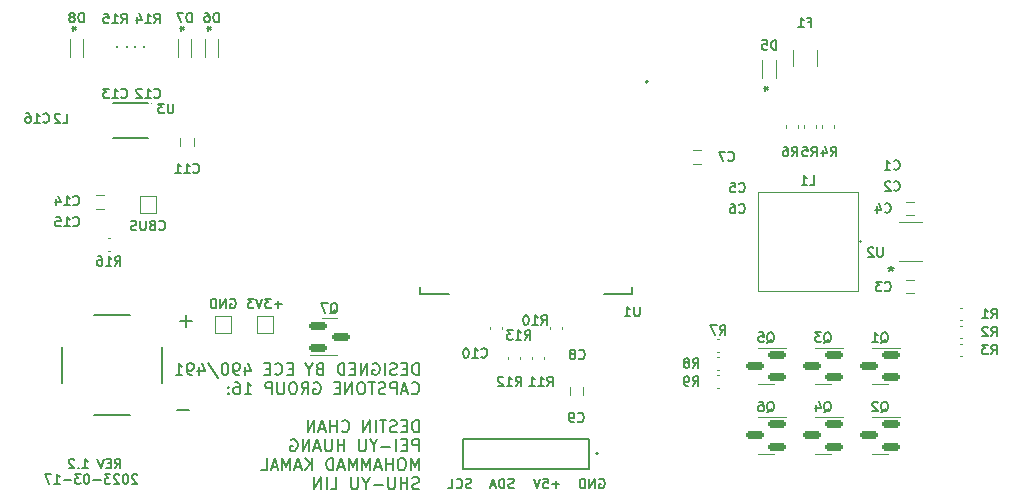
<source format=gbo>
%TF.GenerationSoftware,KiCad,Pcbnew,(6.0.7)*%
%TF.CreationDate,2023-03-17T03:31:57-06:00*%
%TF.ProjectId,Base Station,42617365-2053-4746-9174-696f6e2e6b69,1.2*%
%TF.SameCoordinates,Original*%
%TF.FileFunction,Legend,Bot*%
%TF.FilePolarity,Positive*%
%FSLAX46Y46*%
G04 Gerber Fmt 4.6, Leading zero omitted, Abs format (unit mm)*
G04 Created by KiCad (PCBNEW (6.0.7)) date 2023-03-17 03:31:57*
%MOMM*%
%LPD*%
G01*
G04 APERTURE LIST*
G04 Aperture macros list*
%AMRoundRect*
0 Rectangle with rounded corners*
0 $1 Rounding radius*
0 $2 $3 $4 $5 $6 $7 $8 $9 X,Y pos of 4 corners*
0 Add a 4 corners polygon primitive as box body*
4,1,4,$2,$3,$4,$5,$6,$7,$8,$9,$2,$3,0*
0 Add four circle primitives for the rounded corners*
1,1,$1+$1,$2,$3*
1,1,$1+$1,$4,$5*
1,1,$1+$1,$6,$7*
1,1,$1+$1,$8,$9*
0 Add four rect primitives between the rounded corners*
20,1,$1+$1,$2,$3,$4,$5,0*
20,1,$1+$1,$4,$5,$6,$7,0*
20,1,$1+$1,$6,$7,$8,$9,0*
20,1,$1+$1,$8,$9,$2,$3,0*%
G04 Aperture macros list end*
%ADD10C,0.150000*%
%ADD11C,0.120000*%
%ADD12C,0.127000*%
%ADD13C,0.100000*%
%ADD14C,0.200000*%
%ADD15C,0.010000*%
%ADD16C,7.000000*%
%ADD17O,5.000000X2.500000*%
%ADD18O,4.500000X2.250000*%
%ADD19O,0.775000X1.550000*%
%ADD20O,1.300000X0.650000*%
%ADD21R,1.605000X1.605000*%
%ADD22R,1.700000X1.700000*%
%ADD23O,1.700000X1.700000*%
%ADD24R,1.950000X1.950000*%
%ADD25C,1.950000*%
%ADD26R,0.755599X0.799998*%
%ADD27R,0.799998X0.755599*%
%ADD28R,0.558800X0.889000*%
%ADD29R,0.355600X0.508000*%
%ADD30R,1.020000X1.000000*%
%ADD31R,1.000000X1.000000*%
%ADD32RoundRect,0.150000X0.587500X0.150000X-0.587500X0.150000X-0.587500X-0.150000X0.587500X-0.150000X0*%
%ADD33R,0.890000X0.930000*%
%ADD34R,0.900000X0.650000*%
%ADD35R,1.000000X1.020000*%
%ADD36RoundRect,0.150000X-0.587500X-0.150000X0.587500X-0.150000X0.587500X0.150000X-0.587500X0.150000X0*%
%ADD37O,0.850000X0.250000*%
%ADD38R,1.650000X2.550000*%
%ADD39R,0.889000X0.558800*%
%ADD40R,1.470000X1.285000*%
%ADD41R,0.970000X0.900000*%
%ADD42R,1.905000X0.990600*%
%ADD43R,1.790700X7.493000*%
%ADD44R,1.003300X0.558800*%
%ADD45R,1.500000X0.900000*%
%ADD46R,0.900000X1.500000*%
%ADD47R,0.900000X0.900000*%
%ADD48R,0.960000X0.970000*%
G04 APERTURE END LIST*
D10*
X123126380Y-102393714D02*
X123164476Y-102431809D01*
X123278761Y-102469904D01*
X123354952Y-102469904D01*
X123469238Y-102431809D01*
X123545428Y-102355619D01*
X123583523Y-102279428D01*
X123621619Y-102127047D01*
X123621619Y-102012761D01*
X123583523Y-101860380D01*
X123545428Y-101784190D01*
X123469238Y-101708000D01*
X123354952Y-101669904D01*
X123278761Y-101669904D01*
X123164476Y-101708000D01*
X123126380Y-101746095D01*
X122516857Y-102050857D02*
X122402571Y-102088952D01*
X122364476Y-102127047D01*
X122326380Y-102203238D01*
X122326380Y-102317523D01*
X122364476Y-102393714D01*
X122402571Y-102431809D01*
X122478761Y-102469904D01*
X122783523Y-102469904D01*
X122783523Y-101669904D01*
X122516857Y-101669904D01*
X122440666Y-101708000D01*
X122402571Y-101746095D01*
X122364476Y-101822285D01*
X122364476Y-101898476D01*
X122402571Y-101974666D01*
X122440666Y-102012761D01*
X122516857Y-102050857D01*
X122783523Y-102050857D01*
X121983523Y-101669904D02*
X121983523Y-102317523D01*
X121945428Y-102393714D01*
X121907333Y-102431809D01*
X121831142Y-102469904D01*
X121678761Y-102469904D01*
X121602571Y-102431809D01*
X121564476Y-102393714D01*
X121526380Y-102317523D01*
X121526380Y-101669904D01*
X121183523Y-102431809D02*
X121069238Y-102469904D01*
X120878761Y-102469904D01*
X120802571Y-102431809D01*
X120764476Y-102393714D01*
X120726380Y-102317523D01*
X120726380Y-102241333D01*
X120764476Y-102165142D01*
X120802571Y-102127047D01*
X120878761Y-102088952D01*
X121031142Y-102050857D01*
X121107333Y-102012761D01*
X121145428Y-101974666D01*
X121183523Y-101898476D01*
X121183523Y-101822285D01*
X121145428Y-101746095D01*
X121107333Y-101708000D01*
X121031142Y-101669904D01*
X120840666Y-101669904D01*
X120726380Y-101708000D01*
X119367047Y-122653904D02*
X119633714Y-122272952D01*
X119824190Y-122653904D02*
X119824190Y-121853904D01*
X119519428Y-121853904D01*
X119443238Y-121892000D01*
X119405142Y-121930095D01*
X119367047Y-122006285D01*
X119367047Y-122120571D01*
X119405142Y-122196761D01*
X119443238Y-122234857D01*
X119519428Y-122272952D01*
X119824190Y-122272952D01*
X119024190Y-122234857D02*
X118757523Y-122234857D01*
X118643238Y-122653904D02*
X119024190Y-122653904D01*
X119024190Y-121853904D01*
X118643238Y-121853904D01*
X118414666Y-121853904D02*
X118148000Y-122653904D01*
X117881333Y-121853904D01*
X116586095Y-122653904D02*
X117043238Y-122653904D01*
X116814666Y-122653904D02*
X116814666Y-121853904D01*
X116890857Y-121968190D01*
X116967047Y-122044380D01*
X117043238Y-122082476D01*
X116243238Y-122577714D02*
X116205142Y-122615809D01*
X116243238Y-122653904D01*
X116281333Y-122615809D01*
X116243238Y-122577714D01*
X116243238Y-122653904D01*
X115900380Y-121930095D02*
X115862285Y-121892000D01*
X115786095Y-121853904D01*
X115595619Y-121853904D01*
X115519428Y-121892000D01*
X115481333Y-121930095D01*
X115443238Y-122006285D01*
X115443238Y-122082476D01*
X115481333Y-122196761D01*
X115938476Y-122653904D01*
X115443238Y-122653904D01*
X121233714Y-123218095D02*
X121195619Y-123180000D01*
X121119428Y-123141904D01*
X120928952Y-123141904D01*
X120852761Y-123180000D01*
X120814666Y-123218095D01*
X120776571Y-123294285D01*
X120776571Y-123370476D01*
X120814666Y-123484761D01*
X121271809Y-123941904D01*
X120776571Y-123941904D01*
X120281333Y-123141904D02*
X120205142Y-123141904D01*
X120128952Y-123180000D01*
X120090857Y-123218095D01*
X120052761Y-123294285D01*
X120014666Y-123446666D01*
X120014666Y-123637142D01*
X120052761Y-123789523D01*
X120090857Y-123865714D01*
X120128952Y-123903809D01*
X120205142Y-123941904D01*
X120281333Y-123941904D01*
X120357523Y-123903809D01*
X120395619Y-123865714D01*
X120433714Y-123789523D01*
X120471809Y-123637142D01*
X120471809Y-123446666D01*
X120433714Y-123294285D01*
X120395619Y-123218095D01*
X120357523Y-123180000D01*
X120281333Y-123141904D01*
X119709904Y-123218095D02*
X119671809Y-123180000D01*
X119595619Y-123141904D01*
X119405142Y-123141904D01*
X119328952Y-123180000D01*
X119290857Y-123218095D01*
X119252761Y-123294285D01*
X119252761Y-123370476D01*
X119290857Y-123484761D01*
X119748000Y-123941904D01*
X119252761Y-123941904D01*
X118986095Y-123141904D02*
X118490857Y-123141904D01*
X118757523Y-123446666D01*
X118643238Y-123446666D01*
X118567047Y-123484761D01*
X118528952Y-123522857D01*
X118490857Y-123599047D01*
X118490857Y-123789523D01*
X118528952Y-123865714D01*
X118567047Y-123903809D01*
X118643238Y-123941904D01*
X118871809Y-123941904D01*
X118948000Y-123903809D01*
X118986095Y-123865714D01*
X118148000Y-123637142D02*
X117538476Y-123637142D01*
X117005142Y-123141904D02*
X116928952Y-123141904D01*
X116852761Y-123180000D01*
X116814666Y-123218095D01*
X116776571Y-123294285D01*
X116738476Y-123446666D01*
X116738476Y-123637142D01*
X116776571Y-123789523D01*
X116814666Y-123865714D01*
X116852761Y-123903809D01*
X116928952Y-123941904D01*
X117005142Y-123941904D01*
X117081333Y-123903809D01*
X117119428Y-123865714D01*
X117157523Y-123789523D01*
X117195619Y-123637142D01*
X117195619Y-123446666D01*
X117157523Y-123294285D01*
X117119428Y-123218095D01*
X117081333Y-123180000D01*
X117005142Y-123141904D01*
X116471809Y-123141904D02*
X115976571Y-123141904D01*
X116243238Y-123446666D01*
X116128952Y-123446666D01*
X116052761Y-123484761D01*
X116014666Y-123522857D01*
X115976571Y-123599047D01*
X115976571Y-123789523D01*
X116014666Y-123865714D01*
X116052761Y-123903809D01*
X116128952Y-123941904D01*
X116357523Y-123941904D01*
X116433714Y-123903809D01*
X116471809Y-123865714D01*
X115633714Y-123637142D02*
X115024190Y-123637142D01*
X114224190Y-123941904D02*
X114681333Y-123941904D01*
X114452761Y-123941904D02*
X114452761Y-123141904D01*
X114528952Y-123256190D01*
X114605142Y-123332380D01*
X114681333Y-123370476D01*
X113957523Y-123141904D02*
X113424190Y-123141904D01*
X113767047Y-123941904D01*
X129133523Y-108312000D02*
X129209714Y-108273904D01*
X129324000Y-108273904D01*
X129438285Y-108312000D01*
X129514476Y-108388190D01*
X129552571Y-108464380D01*
X129590666Y-108616761D01*
X129590666Y-108731047D01*
X129552571Y-108883428D01*
X129514476Y-108959619D01*
X129438285Y-109035809D01*
X129324000Y-109073904D01*
X129247809Y-109073904D01*
X129133523Y-109035809D01*
X129095428Y-108997714D01*
X129095428Y-108731047D01*
X129247809Y-108731047D01*
X128752571Y-109073904D02*
X128752571Y-108273904D01*
X128295428Y-109073904D01*
X128295428Y-108273904D01*
X127914476Y-109073904D02*
X127914476Y-108273904D01*
X127724000Y-108273904D01*
X127609714Y-108312000D01*
X127533523Y-108388190D01*
X127495428Y-108464380D01*
X127457333Y-108616761D01*
X127457333Y-108731047D01*
X127495428Y-108883428D01*
X127533523Y-108959619D01*
X127609714Y-109035809D01*
X127724000Y-109073904D01*
X127914476Y-109073904D01*
X145066404Y-114748380D02*
X145066404Y-113748380D01*
X144828309Y-113748380D01*
X144685452Y-113796000D01*
X144590214Y-113891238D01*
X144542595Y-113986476D01*
X144494976Y-114176952D01*
X144494976Y-114319809D01*
X144542595Y-114510285D01*
X144590214Y-114605523D01*
X144685452Y-114700761D01*
X144828309Y-114748380D01*
X145066404Y-114748380D01*
X144066404Y-114224571D02*
X143733071Y-114224571D01*
X143590214Y-114748380D02*
X144066404Y-114748380D01*
X144066404Y-113748380D01*
X143590214Y-113748380D01*
X143209261Y-114700761D02*
X143066404Y-114748380D01*
X142828309Y-114748380D01*
X142733071Y-114700761D01*
X142685452Y-114653142D01*
X142637833Y-114557904D01*
X142637833Y-114462666D01*
X142685452Y-114367428D01*
X142733071Y-114319809D01*
X142828309Y-114272190D01*
X143018785Y-114224571D01*
X143114023Y-114176952D01*
X143161642Y-114129333D01*
X143209261Y-114034095D01*
X143209261Y-113938857D01*
X143161642Y-113843619D01*
X143114023Y-113796000D01*
X143018785Y-113748380D01*
X142780690Y-113748380D01*
X142637833Y-113796000D01*
X142209261Y-114748380D02*
X142209261Y-113748380D01*
X141209261Y-113796000D02*
X141304500Y-113748380D01*
X141447357Y-113748380D01*
X141590214Y-113796000D01*
X141685452Y-113891238D01*
X141733071Y-113986476D01*
X141780690Y-114176952D01*
X141780690Y-114319809D01*
X141733071Y-114510285D01*
X141685452Y-114605523D01*
X141590214Y-114700761D01*
X141447357Y-114748380D01*
X141352119Y-114748380D01*
X141209261Y-114700761D01*
X141161642Y-114653142D01*
X141161642Y-114319809D01*
X141352119Y-114319809D01*
X140733071Y-114748380D02*
X140733071Y-113748380D01*
X140161642Y-114748380D01*
X140161642Y-113748380D01*
X139685452Y-114224571D02*
X139352119Y-114224571D01*
X139209261Y-114748380D02*
X139685452Y-114748380D01*
X139685452Y-113748380D01*
X139209261Y-113748380D01*
X138780690Y-114748380D02*
X138780690Y-113748380D01*
X138542595Y-113748380D01*
X138399738Y-113796000D01*
X138304500Y-113891238D01*
X138256880Y-113986476D01*
X138209261Y-114176952D01*
X138209261Y-114319809D01*
X138256880Y-114510285D01*
X138304500Y-114605523D01*
X138399738Y-114700761D01*
X138542595Y-114748380D01*
X138780690Y-114748380D01*
X136685452Y-114224571D02*
X136542595Y-114272190D01*
X136494976Y-114319809D01*
X136447357Y-114415047D01*
X136447357Y-114557904D01*
X136494976Y-114653142D01*
X136542595Y-114700761D01*
X136637833Y-114748380D01*
X137018785Y-114748380D01*
X137018785Y-113748380D01*
X136685452Y-113748380D01*
X136590214Y-113796000D01*
X136542595Y-113843619D01*
X136494976Y-113938857D01*
X136494976Y-114034095D01*
X136542595Y-114129333D01*
X136590214Y-114176952D01*
X136685452Y-114224571D01*
X137018785Y-114224571D01*
X135828309Y-114272190D02*
X135828309Y-114748380D01*
X136161642Y-113748380D02*
X135828309Y-114272190D01*
X135494976Y-113748380D01*
X134399738Y-114224571D02*
X134066404Y-114224571D01*
X133923547Y-114748380D02*
X134399738Y-114748380D01*
X134399738Y-113748380D01*
X133923547Y-113748380D01*
X132923547Y-114653142D02*
X132971166Y-114700761D01*
X133114023Y-114748380D01*
X133209261Y-114748380D01*
X133352119Y-114700761D01*
X133447357Y-114605523D01*
X133494976Y-114510285D01*
X133542595Y-114319809D01*
X133542595Y-114176952D01*
X133494976Y-113986476D01*
X133447357Y-113891238D01*
X133352119Y-113796000D01*
X133209261Y-113748380D01*
X133114023Y-113748380D01*
X132971166Y-113796000D01*
X132923547Y-113843619D01*
X132494976Y-114224571D02*
X132161642Y-114224571D01*
X132018785Y-114748380D02*
X132494976Y-114748380D01*
X132494976Y-113748380D01*
X132018785Y-113748380D01*
X130399738Y-114081714D02*
X130399738Y-114748380D01*
X130637833Y-113700761D02*
X130875928Y-114415047D01*
X130256880Y-114415047D01*
X129828309Y-114748380D02*
X129637833Y-114748380D01*
X129542595Y-114700761D01*
X129494976Y-114653142D01*
X129399738Y-114510285D01*
X129352119Y-114319809D01*
X129352119Y-113938857D01*
X129399738Y-113843619D01*
X129447357Y-113796000D01*
X129542595Y-113748380D01*
X129733071Y-113748380D01*
X129828309Y-113796000D01*
X129875928Y-113843619D01*
X129923547Y-113938857D01*
X129923547Y-114176952D01*
X129875928Y-114272190D01*
X129828309Y-114319809D01*
X129733071Y-114367428D01*
X129542595Y-114367428D01*
X129447357Y-114319809D01*
X129399738Y-114272190D01*
X129352119Y-114176952D01*
X128733071Y-113748380D02*
X128637833Y-113748380D01*
X128542595Y-113796000D01*
X128494976Y-113843619D01*
X128447357Y-113938857D01*
X128399738Y-114129333D01*
X128399738Y-114367428D01*
X128447357Y-114557904D01*
X128494976Y-114653142D01*
X128542595Y-114700761D01*
X128637833Y-114748380D01*
X128733071Y-114748380D01*
X128828309Y-114700761D01*
X128875928Y-114653142D01*
X128923547Y-114557904D01*
X128971166Y-114367428D01*
X128971166Y-114129333D01*
X128923547Y-113938857D01*
X128875928Y-113843619D01*
X128828309Y-113796000D01*
X128733071Y-113748380D01*
X127256880Y-113700761D02*
X128114023Y-114986476D01*
X126494976Y-114081714D02*
X126494976Y-114748380D01*
X126733071Y-113700761D02*
X126971166Y-114415047D01*
X126352119Y-114415047D01*
X125923547Y-114748380D02*
X125733071Y-114748380D01*
X125637833Y-114700761D01*
X125590214Y-114653142D01*
X125494976Y-114510285D01*
X125447357Y-114319809D01*
X125447357Y-113938857D01*
X125494976Y-113843619D01*
X125542595Y-113796000D01*
X125637833Y-113748380D01*
X125828309Y-113748380D01*
X125923547Y-113796000D01*
X125971166Y-113843619D01*
X126018785Y-113938857D01*
X126018785Y-114176952D01*
X125971166Y-114272190D01*
X125923547Y-114319809D01*
X125828309Y-114367428D01*
X125637833Y-114367428D01*
X125542595Y-114319809D01*
X125494976Y-114272190D01*
X125447357Y-114176952D01*
X124494976Y-114748380D02*
X125066404Y-114748380D01*
X124780690Y-114748380D02*
X124780690Y-113748380D01*
X124875928Y-113891238D01*
X124971166Y-113986476D01*
X125066404Y-114034095D01*
X144494976Y-116263142D02*
X144542595Y-116310761D01*
X144685452Y-116358380D01*
X144780690Y-116358380D01*
X144923547Y-116310761D01*
X145018785Y-116215523D01*
X145066404Y-116120285D01*
X145114023Y-115929809D01*
X145114023Y-115786952D01*
X145066404Y-115596476D01*
X145018785Y-115501238D01*
X144923547Y-115406000D01*
X144780690Y-115358380D01*
X144685452Y-115358380D01*
X144542595Y-115406000D01*
X144494976Y-115453619D01*
X144114023Y-116072666D02*
X143637833Y-116072666D01*
X144209261Y-116358380D02*
X143875928Y-115358380D01*
X143542595Y-116358380D01*
X143209261Y-116358380D02*
X143209261Y-115358380D01*
X142828309Y-115358380D01*
X142733071Y-115406000D01*
X142685452Y-115453619D01*
X142637833Y-115548857D01*
X142637833Y-115691714D01*
X142685452Y-115786952D01*
X142733071Y-115834571D01*
X142828309Y-115882190D01*
X143209261Y-115882190D01*
X142256880Y-116310761D02*
X142114023Y-116358380D01*
X141875928Y-116358380D01*
X141780690Y-116310761D01*
X141733071Y-116263142D01*
X141685452Y-116167904D01*
X141685452Y-116072666D01*
X141733071Y-115977428D01*
X141780690Y-115929809D01*
X141875928Y-115882190D01*
X142066404Y-115834571D01*
X142161642Y-115786952D01*
X142209261Y-115739333D01*
X142256880Y-115644095D01*
X142256880Y-115548857D01*
X142209261Y-115453619D01*
X142161642Y-115406000D01*
X142066404Y-115358380D01*
X141828309Y-115358380D01*
X141685452Y-115406000D01*
X141399738Y-115358380D02*
X140828309Y-115358380D01*
X141114023Y-116358380D02*
X141114023Y-115358380D01*
X140304500Y-115358380D02*
X140114023Y-115358380D01*
X140018785Y-115406000D01*
X139923547Y-115501238D01*
X139875928Y-115691714D01*
X139875928Y-116025047D01*
X139923547Y-116215523D01*
X140018785Y-116310761D01*
X140114023Y-116358380D01*
X140304500Y-116358380D01*
X140399738Y-116310761D01*
X140494976Y-116215523D01*
X140542595Y-116025047D01*
X140542595Y-115691714D01*
X140494976Y-115501238D01*
X140399738Y-115406000D01*
X140304500Y-115358380D01*
X139447357Y-116358380D02*
X139447357Y-115358380D01*
X138875928Y-116358380D01*
X138875928Y-115358380D01*
X138399738Y-115834571D02*
X138066404Y-115834571D01*
X137923547Y-116358380D02*
X138399738Y-116358380D01*
X138399738Y-115358380D01*
X137923547Y-115358380D01*
X136209261Y-115406000D02*
X136304500Y-115358380D01*
X136447357Y-115358380D01*
X136590214Y-115406000D01*
X136685452Y-115501238D01*
X136733071Y-115596476D01*
X136780690Y-115786952D01*
X136780690Y-115929809D01*
X136733071Y-116120285D01*
X136685452Y-116215523D01*
X136590214Y-116310761D01*
X136447357Y-116358380D01*
X136352119Y-116358380D01*
X136209261Y-116310761D01*
X136161642Y-116263142D01*
X136161642Y-115929809D01*
X136352119Y-115929809D01*
X135161642Y-116358380D02*
X135494976Y-115882190D01*
X135733071Y-116358380D02*
X135733071Y-115358380D01*
X135352119Y-115358380D01*
X135256880Y-115406000D01*
X135209261Y-115453619D01*
X135161642Y-115548857D01*
X135161642Y-115691714D01*
X135209261Y-115786952D01*
X135256880Y-115834571D01*
X135352119Y-115882190D01*
X135733071Y-115882190D01*
X134542595Y-115358380D02*
X134352119Y-115358380D01*
X134256880Y-115406000D01*
X134161642Y-115501238D01*
X134114023Y-115691714D01*
X134114023Y-116025047D01*
X134161642Y-116215523D01*
X134256880Y-116310761D01*
X134352119Y-116358380D01*
X134542595Y-116358380D01*
X134637833Y-116310761D01*
X134733071Y-116215523D01*
X134780690Y-116025047D01*
X134780690Y-115691714D01*
X134733071Y-115501238D01*
X134637833Y-115406000D01*
X134542595Y-115358380D01*
X133685452Y-115358380D02*
X133685452Y-116167904D01*
X133637833Y-116263142D01*
X133590214Y-116310761D01*
X133494976Y-116358380D01*
X133304500Y-116358380D01*
X133209261Y-116310761D01*
X133161642Y-116263142D01*
X133114023Y-116167904D01*
X133114023Y-115358380D01*
X132637833Y-116358380D02*
X132637833Y-115358380D01*
X132256880Y-115358380D01*
X132161642Y-115406000D01*
X132114023Y-115453619D01*
X132066404Y-115548857D01*
X132066404Y-115691714D01*
X132114023Y-115786952D01*
X132161642Y-115834571D01*
X132256880Y-115882190D01*
X132637833Y-115882190D01*
X130352119Y-116358380D02*
X130923547Y-116358380D01*
X130637833Y-116358380D02*
X130637833Y-115358380D01*
X130733071Y-115501238D01*
X130828309Y-115596476D01*
X130923547Y-115644095D01*
X129494976Y-115358380D02*
X129685452Y-115358380D01*
X129780690Y-115406000D01*
X129828309Y-115453619D01*
X129923547Y-115596476D01*
X129971166Y-115786952D01*
X129971166Y-116167904D01*
X129923547Y-116263142D01*
X129875928Y-116310761D01*
X129780690Y-116358380D01*
X129590214Y-116358380D01*
X129494976Y-116310761D01*
X129447357Y-116263142D01*
X129399738Y-116167904D01*
X129399738Y-115929809D01*
X129447357Y-115834571D01*
X129494976Y-115786952D01*
X129590214Y-115739333D01*
X129780690Y-115739333D01*
X129875928Y-115786952D01*
X129923547Y-115834571D01*
X129971166Y-115929809D01*
X128971166Y-116263142D02*
X128923547Y-116310761D01*
X128971166Y-116358380D01*
X129018785Y-116310761D01*
X128971166Y-116263142D01*
X128971166Y-116358380D01*
X128971166Y-115739333D02*
X128923547Y-115786952D01*
X128971166Y-115834571D01*
X129018785Y-115786952D01*
X128971166Y-115739333D01*
X128971166Y-115834571D01*
X145066404Y-119578380D02*
X145066404Y-118578380D01*
X144828309Y-118578380D01*
X144685452Y-118626000D01*
X144590214Y-118721238D01*
X144542595Y-118816476D01*
X144494976Y-119006952D01*
X144494976Y-119149809D01*
X144542595Y-119340285D01*
X144590214Y-119435523D01*
X144685452Y-119530761D01*
X144828309Y-119578380D01*
X145066404Y-119578380D01*
X144066404Y-119054571D02*
X143733071Y-119054571D01*
X143590214Y-119578380D02*
X144066404Y-119578380D01*
X144066404Y-118578380D01*
X143590214Y-118578380D01*
X143209261Y-119530761D02*
X143066404Y-119578380D01*
X142828309Y-119578380D01*
X142733071Y-119530761D01*
X142685452Y-119483142D01*
X142637833Y-119387904D01*
X142637833Y-119292666D01*
X142685452Y-119197428D01*
X142733071Y-119149809D01*
X142828309Y-119102190D01*
X143018785Y-119054571D01*
X143114023Y-119006952D01*
X143161642Y-118959333D01*
X143209261Y-118864095D01*
X143209261Y-118768857D01*
X143161642Y-118673619D01*
X143114023Y-118626000D01*
X143018785Y-118578380D01*
X142780690Y-118578380D01*
X142637833Y-118626000D01*
X142352119Y-118578380D02*
X141780690Y-118578380D01*
X142066404Y-119578380D02*
X142066404Y-118578380D01*
X141447357Y-119578380D02*
X141447357Y-118578380D01*
X140971166Y-119578380D02*
X140971166Y-118578380D01*
X140399738Y-119578380D01*
X140399738Y-118578380D01*
X138590214Y-119483142D02*
X138637833Y-119530761D01*
X138780690Y-119578380D01*
X138875928Y-119578380D01*
X139018785Y-119530761D01*
X139114023Y-119435523D01*
X139161642Y-119340285D01*
X139209261Y-119149809D01*
X139209261Y-119006952D01*
X139161642Y-118816476D01*
X139114023Y-118721238D01*
X139018785Y-118626000D01*
X138875928Y-118578380D01*
X138780690Y-118578380D01*
X138637833Y-118626000D01*
X138590214Y-118673619D01*
X138161642Y-119578380D02*
X138161642Y-118578380D01*
X138161642Y-119054571D02*
X137590214Y-119054571D01*
X137590214Y-119578380D02*
X137590214Y-118578380D01*
X137161642Y-119292666D02*
X136685452Y-119292666D01*
X137256880Y-119578380D02*
X136923547Y-118578380D01*
X136590214Y-119578380D01*
X136256880Y-119578380D02*
X136256880Y-118578380D01*
X135685452Y-119578380D01*
X135685452Y-118578380D01*
X145066404Y-121188380D02*
X145066404Y-120188380D01*
X144685452Y-120188380D01*
X144590214Y-120236000D01*
X144542595Y-120283619D01*
X144494976Y-120378857D01*
X144494976Y-120521714D01*
X144542595Y-120616952D01*
X144590214Y-120664571D01*
X144685452Y-120712190D01*
X145066404Y-120712190D01*
X144066404Y-120664571D02*
X143733071Y-120664571D01*
X143590214Y-121188380D02*
X144066404Y-121188380D01*
X144066404Y-120188380D01*
X143590214Y-120188380D01*
X143161642Y-121188380D02*
X143161642Y-120188380D01*
X142685452Y-120807428D02*
X141923547Y-120807428D01*
X141256880Y-120712190D02*
X141256880Y-121188380D01*
X141590214Y-120188380D02*
X141256880Y-120712190D01*
X140923547Y-120188380D01*
X140590214Y-120188380D02*
X140590214Y-120997904D01*
X140542595Y-121093142D01*
X140494976Y-121140761D01*
X140399738Y-121188380D01*
X140209261Y-121188380D01*
X140114023Y-121140761D01*
X140066404Y-121093142D01*
X140018785Y-120997904D01*
X140018785Y-120188380D01*
X138780690Y-121188380D02*
X138780690Y-120188380D01*
X138780690Y-120664571D02*
X138209261Y-120664571D01*
X138209261Y-121188380D02*
X138209261Y-120188380D01*
X137733071Y-120188380D02*
X137733071Y-120997904D01*
X137685452Y-121093142D01*
X137637833Y-121140761D01*
X137542595Y-121188380D01*
X137352119Y-121188380D01*
X137256880Y-121140761D01*
X137209261Y-121093142D01*
X137161642Y-120997904D01*
X137161642Y-120188380D01*
X136733071Y-120902666D02*
X136256880Y-120902666D01*
X136828309Y-121188380D02*
X136494976Y-120188380D01*
X136161642Y-121188380D01*
X135828309Y-121188380D02*
X135828309Y-120188380D01*
X135256880Y-121188380D01*
X135256880Y-120188380D01*
X134256880Y-120236000D02*
X134352119Y-120188380D01*
X134494976Y-120188380D01*
X134637833Y-120236000D01*
X134733071Y-120331238D01*
X134780690Y-120426476D01*
X134828309Y-120616952D01*
X134828309Y-120759809D01*
X134780690Y-120950285D01*
X134733071Y-121045523D01*
X134637833Y-121140761D01*
X134494976Y-121188380D01*
X134399738Y-121188380D01*
X134256880Y-121140761D01*
X134209261Y-121093142D01*
X134209261Y-120759809D01*
X134399738Y-120759809D01*
X145066404Y-122798380D02*
X145066404Y-121798380D01*
X144733071Y-122512666D01*
X144399738Y-121798380D01*
X144399738Y-122798380D01*
X143733071Y-121798380D02*
X143542595Y-121798380D01*
X143447357Y-121846000D01*
X143352119Y-121941238D01*
X143304500Y-122131714D01*
X143304500Y-122465047D01*
X143352119Y-122655523D01*
X143447357Y-122750761D01*
X143542595Y-122798380D01*
X143733071Y-122798380D01*
X143828309Y-122750761D01*
X143923547Y-122655523D01*
X143971166Y-122465047D01*
X143971166Y-122131714D01*
X143923547Y-121941238D01*
X143828309Y-121846000D01*
X143733071Y-121798380D01*
X142875928Y-122798380D02*
X142875928Y-121798380D01*
X142875928Y-122274571D02*
X142304500Y-122274571D01*
X142304500Y-122798380D02*
X142304500Y-121798380D01*
X141875928Y-122512666D02*
X141399738Y-122512666D01*
X141971166Y-122798380D02*
X141637833Y-121798380D01*
X141304500Y-122798380D01*
X140971166Y-122798380D02*
X140971166Y-121798380D01*
X140637833Y-122512666D01*
X140304500Y-121798380D01*
X140304500Y-122798380D01*
X139828309Y-122798380D02*
X139828309Y-121798380D01*
X139494976Y-122512666D01*
X139161642Y-121798380D01*
X139161642Y-122798380D01*
X138733071Y-122512666D02*
X138256880Y-122512666D01*
X138828309Y-122798380D02*
X138494976Y-121798380D01*
X138161642Y-122798380D01*
X137828309Y-122798380D02*
X137828309Y-121798380D01*
X137590214Y-121798380D01*
X137447357Y-121846000D01*
X137352119Y-121941238D01*
X137304500Y-122036476D01*
X137256880Y-122226952D01*
X137256880Y-122369809D01*
X137304500Y-122560285D01*
X137352119Y-122655523D01*
X137447357Y-122750761D01*
X137590214Y-122798380D01*
X137828309Y-122798380D01*
X136066404Y-122798380D02*
X136066404Y-121798380D01*
X135494976Y-122798380D02*
X135923547Y-122226952D01*
X135494976Y-121798380D02*
X136066404Y-122369809D01*
X135114023Y-122512666D02*
X134637833Y-122512666D01*
X135209261Y-122798380D02*
X134875928Y-121798380D01*
X134542595Y-122798380D01*
X134209261Y-122798380D02*
X134209261Y-121798380D01*
X133875928Y-122512666D01*
X133542595Y-121798380D01*
X133542595Y-122798380D01*
X133114023Y-122512666D02*
X132637833Y-122512666D01*
X133209261Y-122798380D02*
X132875928Y-121798380D01*
X132542595Y-122798380D01*
X131733071Y-122798380D02*
X132209261Y-122798380D01*
X132209261Y-121798380D01*
X145114023Y-124360761D02*
X144971166Y-124408380D01*
X144733071Y-124408380D01*
X144637833Y-124360761D01*
X144590214Y-124313142D01*
X144542595Y-124217904D01*
X144542595Y-124122666D01*
X144590214Y-124027428D01*
X144637833Y-123979809D01*
X144733071Y-123932190D01*
X144923547Y-123884571D01*
X145018785Y-123836952D01*
X145066404Y-123789333D01*
X145114023Y-123694095D01*
X145114023Y-123598857D01*
X145066404Y-123503619D01*
X145018785Y-123456000D01*
X144923547Y-123408380D01*
X144685452Y-123408380D01*
X144542595Y-123456000D01*
X144114023Y-124408380D02*
X144114023Y-123408380D01*
X144114023Y-123884571D02*
X143542595Y-123884571D01*
X143542595Y-124408380D02*
X143542595Y-123408380D01*
X143066404Y-123408380D02*
X143066404Y-124217904D01*
X143018785Y-124313142D01*
X142971166Y-124360761D01*
X142875928Y-124408380D01*
X142685452Y-124408380D01*
X142590214Y-124360761D01*
X142542595Y-124313142D01*
X142494976Y-124217904D01*
X142494976Y-123408380D01*
X142018785Y-124027428D02*
X141256880Y-124027428D01*
X140590214Y-123932190D02*
X140590214Y-124408380D01*
X140923547Y-123408380D02*
X140590214Y-123932190D01*
X140256880Y-123408380D01*
X139923547Y-123408380D02*
X139923547Y-124217904D01*
X139875928Y-124313142D01*
X139828309Y-124360761D01*
X139733071Y-124408380D01*
X139542595Y-124408380D01*
X139447357Y-124360761D01*
X139399738Y-124313142D01*
X139352119Y-124217904D01*
X139352119Y-123408380D01*
X137637833Y-124408380D02*
X138114023Y-124408380D01*
X138114023Y-123408380D01*
X137304500Y-124408380D02*
X137304500Y-123408380D01*
X136828309Y-124408380D02*
X136828309Y-123408380D01*
X136256880Y-124408380D01*
X136256880Y-123408380D01*
X149542380Y-124275809D02*
X149428095Y-124313904D01*
X149237619Y-124313904D01*
X149161428Y-124275809D01*
X149123333Y-124237714D01*
X149085238Y-124161523D01*
X149085238Y-124085333D01*
X149123333Y-124009142D01*
X149161428Y-123971047D01*
X149237619Y-123932952D01*
X149390000Y-123894857D01*
X149466190Y-123856761D01*
X149504285Y-123818666D01*
X149542380Y-123742476D01*
X149542380Y-123666285D01*
X149504285Y-123590095D01*
X149466190Y-123552000D01*
X149390000Y-123513904D01*
X149199523Y-123513904D01*
X149085238Y-123552000D01*
X148285238Y-124237714D02*
X148323333Y-124275809D01*
X148437619Y-124313904D01*
X148513809Y-124313904D01*
X148628095Y-124275809D01*
X148704285Y-124199619D01*
X148742380Y-124123428D01*
X148780476Y-123971047D01*
X148780476Y-123856761D01*
X148742380Y-123704380D01*
X148704285Y-123628190D01*
X148628095Y-123552000D01*
X148513809Y-123513904D01*
X148437619Y-123513904D01*
X148323333Y-123552000D01*
X148285238Y-123590095D01*
X147561428Y-124313904D02*
X147942380Y-124313904D01*
X147942380Y-123513904D01*
X153117428Y-124275809D02*
X153003142Y-124313904D01*
X152812666Y-124313904D01*
X152736476Y-124275809D01*
X152698380Y-124237714D01*
X152660285Y-124161523D01*
X152660285Y-124085333D01*
X152698380Y-124009142D01*
X152736476Y-123971047D01*
X152812666Y-123932952D01*
X152965047Y-123894857D01*
X153041238Y-123856761D01*
X153079333Y-123818666D01*
X153117428Y-123742476D01*
X153117428Y-123666285D01*
X153079333Y-123590095D01*
X153041238Y-123552000D01*
X152965047Y-123513904D01*
X152774571Y-123513904D01*
X152660285Y-123552000D01*
X152317428Y-124313904D02*
X152317428Y-123513904D01*
X152126952Y-123513904D01*
X152012666Y-123552000D01*
X151936476Y-123628190D01*
X151898380Y-123704380D01*
X151860285Y-123856761D01*
X151860285Y-123971047D01*
X151898380Y-124123428D01*
X151936476Y-124199619D01*
X152012666Y-124275809D01*
X152126952Y-124313904D01*
X152317428Y-124313904D01*
X151555523Y-124085333D02*
X151174571Y-124085333D01*
X151631714Y-124313904D02*
X151365047Y-123513904D01*
X151098380Y-124313904D01*
X156984571Y-124009142D02*
X156375047Y-124009142D01*
X156679809Y-124313904D02*
X156679809Y-123704380D01*
X155613142Y-123513904D02*
X155994095Y-123513904D01*
X156032190Y-123894857D01*
X155994095Y-123856761D01*
X155917904Y-123818666D01*
X155727428Y-123818666D01*
X155651238Y-123856761D01*
X155613142Y-123894857D01*
X155575047Y-123971047D01*
X155575047Y-124161523D01*
X155613142Y-124237714D01*
X155651238Y-124275809D01*
X155727428Y-124313904D01*
X155917904Y-124313904D01*
X155994095Y-124275809D01*
X156032190Y-124237714D01*
X155346476Y-123513904D02*
X155079809Y-124313904D01*
X154813142Y-123513904D01*
X133489523Y-108769142D02*
X132880000Y-108769142D01*
X133184761Y-109073904D02*
X133184761Y-108464380D01*
X132575238Y-108273904D02*
X132080000Y-108273904D01*
X132346666Y-108578666D01*
X132232380Y-108578666D01*
X132156190Y-108616761D01*
X132118095Y-108654857D01*
X132080000Y-108731047D01*
X132080000Y-108921523D01*
X132118095Y-108997714D01*
X132156190Y-109035809D01*
X132232380Y-109073904D01*
X132460952Y-109073904D01*
X132537142Y-109035809D01*
X132575238Y-108997714D01*
X131851428Y-108273904D02*
X131584761Y-109073904D01*
X131318095Y-108273904D01*
X131127619Y-108273904D02*
X130632380Y-108273904D01*
X130899047Y-108578666D01*
X130784761Y-108578666D01*
X130708571Y-108616761D01*
X130670476Y-108654857D01*
X130632380Y-108731047D01*
X130632380Y-108921523D01*
X130670476Y-108997714D01*
X130708571Y-109035809D01*
X130784761Y-109073904D01*
X131013333Y-109073904D01*
X131089523Y-109035809D01*
X131127619Y-108997714D01*
X160375523Y-123552000D02*
X160451714Y-123513904D01*
X160566000Y-123513904D01*
X160680285Y-123552000D01*
X160756476Y-123628190D01*
X160794571Y-123704380D01*
X160832666Y-123856761D01*
X160832666Y-123971047D01*
X160794571Y-124123428D01*
X160756476Y-124199619D01*
X160680285Y-124275809D01*
X160566000Y-124313904D01*
X160489809Y-124313904D01*
X160375523Y-124275809D01*
X160337428Y-124237714D01*
X160337428Y-123971047D01*
X160489809Y-123971047D01*
X159994571Y-124313904D02*
X159994571Y-123513904D01*
X159537428Y-124313904D01*
X159537428Y-123513904D01*
X159156476Y-124313904D02*
X159156476Y-123513904D01*
X158966000Y-123513904D01*
X158851714Y-123552000D01*
X158775523Y-123628190D01*
X158737428Y-123704380D01*
X158699333Y-123856761D01*
X158699333Y-123971047D01*
X158737428Y-124123428D01*
X158775523Y-124199619D01*
X158851714Y-124275809D01*
X158966000Y-124313904D01*
X159156476Y-124313904D01*
%TO.C,R16*%
X119371285Y-105489904D02*
X119637952Y-105108952D01*
X119828428Y-105489904D02*
X119828428Y-104689904D01*
X119523666Y-104689904D01*
X119447476Y-104728000D01*
X119409380Y-104766095D01*
X119371285Y-104842285D01*
X119371285Y-104956571D01*
X119409380Y-105032761D01*
X119447476Y-105070857D01*
X119523666Y-105108952D01*
X119828428Y-105108952D01*
X118609380Y-105489904D02*
X119066523Y-105489904D01*
X118837952Y-105489904D02*
X118837952Y-104689904D01*
X118914142Y-104804190D01*
X118990333Y-104880380D01*
X119066523Y-104918476D01*
X117923666Y-104689904D02*
X118076047Y-104689904D01*
X118152238Y-104728000D01*
X118190333Y-104766095D01*
X118266523Y-104880380D01*
X118304619Y-105032761D01*
X118304619Y-105337523D01*
X118266523Y-105413714D01*
X118228428Y-105451809D01*
X118152238Y-105489904D01*
X117999857Y-105489904D01*
X117923666Y-105451809D01*
X117885571Y-105413714D01*
X117847476Y-105337523D01*
X117847476Y-105147047D01*
X117885571Y-105070857D01*
X117923666Y-105032761D01*
X117999857Y-104994666D01*
X118152238Y-104994666D01*
X118228428Y-105032761D01*
X118266523Y-105070857D01*
X118304619Y-105147047D01*
%TO.C,R13*%
X154057285Y-111740904D02*
X154323952Y-111359952D01*
X154514428Y-111740904D02*
X154514428Y-110940904D01*
X154209666Y-110940904D01*
X154133476Y-110979000D01*
X154095380Y-111017095D01*
X154057285Y-111093285D01*
X154057285Y-111207571D01*
X154095380Y-111283761D01*
X154133476Y-111321857D01*
X154209666Y-111359952D01*
X154514428Y-111359952D01*
X153295380Y-111740904D02*
X153752523Y-111740904D01*
X153523952Y-111740904D02*
X153523952Y-110940904D01*
X153600142Y-111055190D01*
X153676333Y-111131380D01*
X153752523Y-111169476D01*
X153028714Y-110940904D02*
X152533476Y-110940904D01*
X152800142Y-111245666D01*
X152685857Y-111245666D01*
X152609666Y-111283761D01*
X152571571Y-111321857D01*
X152533476Y-111398047D01*
X152533476Y-111588523D01*
X152571571Y-111664714D01*
X152609666Y-111702809D01*
X152685857Y-111740904D01*
X152914428Y-111740904D01*
X152990619Y-111702809D01*
X153028714Y-111664714D01*
%TO.C,R10*%
X155454285Y-110470904D02*
X155720952Y-110089952D01*
X155911428Y-110470904D02*
X155911428Y-109670904D01*
X155606666Y-109670904D01*
X155530476Y-109709000D01*
X155492380Y-109747095D01*
X155454285Y-109823285D01*
X155454285Y-109937571D01*
X155492380Y-110013761D01*
X155530476Y-110051857D01*
X155606666Y-110089952D01*
X155911428Y-110089952D01*
X154692380Y-110470904D02*
X155149523Y-110470904D01*
X154920952Y-110470904D02*
X154920952Y-109670904D01*
X154997142Y-109785190D01*
X155073333Y-109861380D01*
X155149523Y-109899476D01*
X154197142Y-109670904D02*
X154120952Y-109670904D01*
X154044761Y-109709000D01*
X154006666Y-109747095D01*
X153968571Y-109823285D01*
X153930476Y-109975666D01*
X153930476Y-110166142D01*
X153968571Y-110318523D01*
X154006666Y-110394714D01*
X154044761Y-110432809D01*
X154120952Y-110470904D01*
X154197142Y-110470904D01*
X154273333Y-110432809D01*
X154311428Y-110394714D01*
X154349523Y-110318523D01*
X154387619Y-110166142D01*
X154387619Y-109975666D01*
X154349523Y-109823285D01*
X154311428Y-109747095D01*
X154273333Y-109709000D01*
X154197142Y-109670904D01*
%TO.C,C14*%
X115830285Y-100310714D02*
X115868380Y-100348809D01*
X115982666Y-100386904D01*
X116058857Y-100386904D01*
X116173142Y-100348809D01*
X116249333Y-100272619D01*
X116287428Y-100196428D01*
X116325523Y-100044047D01*
X116325523Y-99929761D01*
X116287428Y-99777380D01*
X116249333Y-99701190D01*
X116173142Y-99625000D01*
X116058857Y-99586904D01*
X115982666Y-99586904D01*
X115868380Y-99625000D01*
X115830285Y-99663095D01*
X115068380Y-100386904D02*
X115525523Y-100386904D01*
X115296952Y-100386904D02*
X115296952Y-99586904D01*
X115373142Y-99701190D01*
X115449333Y-99777380D01*
X115525523Y-99815476D01*
X114382666Y-99853571D02*
X114382666Y-100386904D01*
X114573142Y-99548809D02*
X114763619Y-100120238D01*
X114268380Y-100120238D01*
%TO.C,D6*%
X128146476Y-84877904D02*
X128146476Y-84077904D01*
X127956000Y-84077904D01*
X127841714Y-84116000D01*
X127765523Y-84192190D01*
X127727428Y-84268380D01*
X127689333Y-84420761D01*
X127689333Y-84535047D01*
X127727428Y-84687428D01*
X127765523Y-84763619D01*
X127841714Y-84839809D01*
X127956000Y-84877904D01*
X128146476Y-84877904D01*
X127003619Y-84077904D02*
X127156000Y-84077904D01*
X127232190Y-84116000D01*
X127270285Y-84154095D01*
X127346476Y-84268380D01*
X127384571Y-84420761D01*
X127384571Y-84725523D01*
X127346476Y-84801714D01*
X127308380Y-84839809D01*
X127232190Y-84877904D01*
X127079809Y-84877904D01*
X127003619Y-84839809D01*
X126965523Y-84801714D01*
X126927428Y-84725523D01*
X126927428Y-84535047D01*
X126965523Y-84458857D01*
X127003619Y-84420761D01*
X127079809Y-84382666D01*
X127232190Y-84382666D01*
X127308380Y-84420761D01*
X127346476Y-84458857D01*
X127384571Y-84535047D01*
X127117904Y-85396000D02*
X127308380Y-85396000D01*
X127232190Y-85205523D02*
X127308380Y-85396000D01*
X127232190Y-85586476D01*
X127460761Y-85281714D02*
X127308380Y-85396000D01*
X127460761Y-85510285D01*
%TO.C,R4*%
X179965333Y-96225905D02*
X180232000Y-95844953D01*
X180422476Y-96225905D02*
X180422476Y-95425905D01*
X180117714Y-95425905D01*
X180041523Y-95464001D01*
X180003428Y-95502096D01*
X179965333Y-95578286D01*
X179965333Y-95692572D01*
X180003428Y-95768762D01*
X180041523Y-95806858D01*
X180117714Y-95844953D01*
X180422476Y-95844953D01*
X179279619Y-95692572D02*
X179279619Y-96225905D01*
X179470095Y-95387810D02*
X179660571Y-95959239D01*
X179165333Y-95959239D01*
%TO.C,C7*%
X171305785Y-96551714D02*
X171343880Y-96589809D01*
X171458166Y-96627904D01*
X171534357Y-96627904D01*
X171648642Y-96589809D01*
X171724833Y-96513619D01*
X171762928Y-96437428D01*
X171801023Y-96285047D01*
X171801023Y-96170761D01*
X171762928Y-96018380D01*
X171724833Y-95942190D01*
X171648642Y-95866000D01*
X171534357Y-95827904D01*
X171458166Y-95827904D01*
X171343880Y-95866000D01*
X171305785Y-95904095D01*
X171039119Y-95827904D02*
X170505785Y-95827904D01*
X170848642Y-96627904D01*
%TO.C,C10*%
X150374285Y-113188714D02*
X150412380Y-113226809D01*
X150526666Y-113264904D01*
X150602857Y-113264904D01*
X150717142Y-113226809D01*
X150793333Y-113150619D01*
X150831428Y-113074428D01*
X150869523Y-112922047D01*
X150869523Y-112807761D01*
X150831428Y-112655380D01*
X150793333Y-112579190D01*
X150717142Y-112503000D01*
X150602857Y-112464904D01*
X150526666Y-112464904D01*
X150412380Y-112503000D01*
X150374285Y-112541095D01*
X149612380Y-113264904D02*
X150069523Y-113264904D01*
X149840952Y-113264904D02*
X149840952Y-112464904D01*
X149917142Y-112579190D01*
X149993333Y-112655380D01*
X150069523Y-112693476D01*
X149117142Y-112464904D02*
X149040952Y-112464904D01*
X148964761Y-112503000D01*
X148926666Y-112541095D01*
X148888571Y-112617285D01*
X148850476Y-112769666D01*
X148850476Y-112960142D01*
X148888571Y-113112523D01*
X148926666Y-113188714D01*
X148964761Y-113226809D01*
X149040952Y-113264904D01*
X149117142Y-113264904D01*
X149193333Y-113226809D01*
X149231428Y-113188714D01*
X149269523Y-113112523D01*
X149307619Y-112960142D01*
X149307619Y-112769666D01*
X149269523Y-112617285D01*
X149231428Y-112541095D01*
X149193333Y-112503000D01*
X149117142Y-112464904D01*
%TO.C,Q1*%
X184226190Y-112017296D02*
X184302380Y-111979201D01*
X184378571Y-111903010D01*
X184492857Y-111788724D01*
X184569047Y-111750629D01*
X184645238Y-111750629D01*
X184607142Y-111941105D02*
X184683333Y-111903010D01*
X184759523Y-111826820D01*
X184797619Y-111674439D01*
X184797619Y-111407772D01*
X184759523Y-111255391D01*
X184683333Y-111179201D01*
X184607142Y-111141105D01*
X184454761Y-111141105D01*
X184378571Y-111179201D01*
X184302380Y-111255391D01*
X184264285Y-111407772D01*
X184264285Y-111674439D01*
X184302380Y-111826820D01*
X184378571Y-111903010D01*
X184454761Y-111941105D01*
X184607142Y-111941105D01*
X183502380Y-111941105D02*
X183959523Y-111941105D01*
X183730952Y-111941105D02*
X183730952Y-111141105D01*
X183807142Y-111255391D01*
X183883333Y-111331581D01*
X183959523Y-111369677D01*
%TO.C,C13*%
X119894285Y-91217714D02*
X119932380Y-91255809D01*
X120046666Y-91293904D01*
X120122857Y-91293904D01*
X120237142Y-91255809D01*
X120313333Y-91179619D01*
X120351428Y-91103428D01*
X120389523Y-90951047D01*
X120389523Y-90836761D01*
X120351428Y-90684380D01*
X120313333Y-90608190D01*
X120237142Y-90532000D01*
X120122857Y-90493904D01*
X120046666Y-90493904D01*
X119932380Y-90532000D01*
X119894285Y-90570095D01*
X119132380Y-91293904D02*
X119589523Y-91293904D01*
X119360952Y-91293904D02*
X119360952Y-90493904D01*
X119437142Y-90608190D01*
X119513333Y-90684380D01*
X119589523Y-90722476D01*
X118865714Y-90493904D02*
X118370476Y-90493904D01*
X118637142Y-90798666D01*
X118522857Y-90798666D01*
X118446666Y-90836761D01*
X118408571Y-90874857D01*
X118370476Y-90951047D01*
X118370476Y-91141523D01*
X118408571Y-91217714D01*
X118446666Y-91255809D01*
X118522857Y-91293904D01*
X118751428Y-91293904D01*
X118827619Y-91255809D01*
X118865714Y-91217714D01*
%TO.C,Q4*%
X179400190Y-117895096D02*
X179476380Y-117857001D01*
X179552571Y-117780810D01*
X179666857Y-117666524D01*
X179743047Y-117628429D01*
X179819238Y-117628429D01*
X179781142Y-117818905D02*
X179857333Y-117780810D01*
X179933523Y-117704620D01*
X179971619Y-117552239D01*
X179971619Y-117285572D01*
X179933523Y-117133191D01*
X179857333Y-117057001D01*
X179781142Y-117018905D01*
X179628761Y-117018905D01*
X179552571Y-117057001D01*
X179476380Y-117133191D01*
X179438285Y-117285572D01*
X179438285Y-117552239D01*
X179476380Y-117704620D01*
X179552571Y-117780810D01*
X179628761Y-117818905D01*
X179781142Y-117818905D01*
X178752571Y-117285572D02*
X178752571Y-117818905D01*
X178943047Y-116980810D02*
X179133523Y-117552239D01*
X178638285Y-117552239D01*
%TO.C,R14*%
X122688285Y-84943904D02*
X122954952Y-84562952D01*
X123145428Y-84943904D02*
X123145428Y-84143904D01*
X122840666Y-84143904D01*
X122764476Y-84182000D01*
X122726380Y-84220095D01*
X122688285Y-84296285D01*
X122688285Y-84410571D01*
X122726380Y-84486761D01*
X122764476Y-84524857D01*
X122840666Y-84562952D01*
X123145428Y-84562952D01*
X121926380Y-84943904D02*
X122383523Y-84943904D01*
X122154952Y-84943904D02*
X122154952Y-84143904D01*
X122231142Y-84258190D01*
X122307333Y-84334380D01*
X122383523Y-84372476D01*
X121240666Y-84410571D02*
X121240666Y-84943904D01*
X121431142Y-84105809D02*
X121621619Y-84677238D01*
X121126380Y-84677238D01*
%TO.C,R1*%
X193554333Y-109946905D02*
X193821000Y-109565953D01*
X194011476Y-109946905D02*
X194011476Y-109146905D01*
X193706714Y-109146905D01*
X193630523Y-109185001D01*
X193592428Y-109223096D01*
X193554333Y-109299286D01*
X193554333Y-109413572D01*
X193592428Y-109489762D01*
X193630523Y-109527858D01*
X193706714Y-109565953D01*
X194011476Y-109565953D01*
X192792428Y-109946905D02*
X193249571Y-109946905D01*
X193021000Y-109946905D02*
X193021000Y-109146905D01*
X193097190Y-109261191D01*
X193173380Y-109337381D01*
X193249571Y-109375477D01*
%TO.C,C5*%
X172207785Y-99202715D02*
X172245880Y-99240810D01*
X172360166Y-99278905D01*
X172436357Y-99278905D01*
X172550642Y-99240810D01*
X172626833Y-99164620D01*
X172664928Y-99088429D01*
X172703023Y-98936048D01*
X172703023Y-98821762D01*
X172664928Y-98669381D01*
X172626833Y-98593191D01*
X172550642Y-98517001D01*
X172436357Y-98478905D01*
X172360166Y-98478905D01*
X172245880Y-98517001D01*
X172207785Y-98555096D01*
X171483976Y-98478905D02*
X171864928Y-98478905D01*
X171903023Y-98859858D01*
X171864928Y-98821762D01*
X171788738Y-98783667D01*
X171598261Y-98783667D01*
X171522071Y-98821762D01*
X171483976Y-98859858D01*
X171445880Y-98936048D01*
X171445880Y-99126524D01*
X171483976Y-99202715D01*
X171522071Y-99240810D01*
X171598261Y-99278905D01*
X171788738Y-99278905D01*
X171864928Y-99240810D01*
X171903023Y-99202715D01*
%TO.C,Q7*%
X137604190Y-109531095D02*
X137680380Y-109493000D01*
X137756571Y-109416809D01*
X137870857Y-109302523D01*
X137947047Y-109264428D01*
X138023238Y-109264428D01*
X137985142Y-109454904D02*
X138061333Y-109416809D01*
X138137523Y-109340619D01*
X138175619Y-109188238D01*
X138175619Y-108921571D01*
X138137523Y-108769190D01*
X138061333Y-108693000D01*
X137985142Y-108654904D01*
X137832761Y-108654904D01*
X137756571Y-108693000D01*
X137680380Y-108769190D01*
X137642285Y-108921571D01*
X137642285Y-109188238D01*
X137680380Y-109340619D01*
X137756571Y-109416809D01*
X137832761Y-109454904D01*
X137985142Y-109454904D01*
X137375619Y-108654904D02*
X136842285Y-108654904D01*
X137185142Y-109454904D01*
%TO.C,U3*%
X124307523Y-91763904D02*
X124307523Y-92411523D01*
X124269428Y-92487714D01*
X124231333Y-92525809D01*
X124155142Y-92563904D01*
X124002761Y-92563904D01*
X123926571Y-92525809D01*
X123888476Y-92487714D01*
X123850380Y-92411523D01*
X123850380Y-91763904D01*
X123545619Y-91763904D02*
X123050380Y-91763904D01*
X123317047Y-92068666D01*
X123202761Y-92068666D01*
X123126571Y-92106761D01*
X123088476Y-92144857D01*
X123050380Y-92221047D01*
X123050380Y-92411523D01*
X123088476Y-92487714D01*
X123126571Y-92525809D01*
X123202761Y-92563904D01*
X123431333Y-92563904D01*
X123507523Y-92525809D01*
X123545619Y-92487714D01*
%TO.C,R8*%
X168281333Y-114137905D02*
X168548000Y-113756953D01*
X168738476Y-114137905D02*
X168738476Y-113337905D01*
X168433714Y-113337905D01*
X168357523Y-113376001D01*
X168319428Y-113414096D01*
X168281333Y-113490286D01*
X168281333Y-113604572D01*
X168319428Y-113680762D01*
X168357523Y-113718858D01*
X168433714Y-113756953D01*
X168738476Y-113756953D01*
X167824190Y-113680762D02*
X167900380Y-113642667D01*
X167938476Y-113604572D01*
X167976571Y-113528381D01*
X167976571Y-113490286D01*
X167938476Y-113414096D01*
X167900380Y-113376001D01*
X167824190Y-113337905D01*
X167671809Y-113337905D01*
X167595619Y-113376001D01*
X167557523Y-113414096D01*
X167519428Y-113490286D01*
X167519428Y-113528381D01*
X167557523Y-113604572D01*
X167595619Y-113642667D01*
X167671809Y-113680762D01*
X167824190Y-113680762D01*
X167900380Y-113718858D01*
X167938476Y-113756953D01*
X167976571Y-113833143D01*
X167976571Y-113985524D01*
X167938476Y-114061715D01*
X167900380Y-114099810D01*
X167824190Y-114137905D01*
X167671809Y-114137905D01*
X167595619Y-114099810D01*
X167557523Y-114061715D01*
X167519428Y-113985524D01*
X167519428Y-113833143D01*
X167557523Y-113756953D01*
X167595619Y-113718858D01*
X167671809Y-113680762D01*
%TO.C,C9*%
X158569833Y-118649714D02*
X158607928Y-118687809D01*
X158722214Y-118725904D01*
X158798404Y-118725904D01*
X158912690Y-118687809D01*
X158988880Y-118611619D01*
X159026976Y-118535428D01*
X159065071Y-118383047D01*
X159065071Y-118268761D01*
X159026976Y-118116380D01*
X158988880Y-118040190D01*
X158912690Y-117964000D01*
X158798404Y-117925904D01*
X158722214Y-117925904D01*
X158607928Y-117964000D01*
X158569833Y-118002095D01*
X158188880Y-118725904D02*
X158036500Y-118725904D01*
X157960309Y-118687809D01*
X157922214Y-118649714D01*
X157846023Y-118535428D01*
X157807928Y-118383047D01*
X157807928Y-118078285D01*
X157846023Y-118002095D01*
X157884119Y-117964000D01*
X157960309Y-117925904D01*
X158112690Y-117925904D01*
X158188880Y-117964000D01*
X158226976Y-118002095D01*
X158265071Y-118078285D01*
X158265071Y-118268761D01*
X158226976Y-118344952D01*
X158188880Y-118383047D01*
X158112690Y-118421142D01*
X157960309Y-118421142D01*
X157884119Y-118383047D01*
X157846023Y-118344952D01*
X157807928Y-118268761D01*
%TO.C,Q5*%
X174574190Y-112017296D02*
X174650380Y-111979201D01*
X174726571Y-111903010D01*
X174840857Y-111788724D01*
X174917047Y-111750629D01*
X174993238Y-111750629D01*
X174955142Y-111941105D02*
X175031333Y-111903010D01*
X175107523Y-111826820D01*
X175145619Y-111674439D01*
X175145619Y-111407772D01*
X175107523Y-111255391D01*
X175031333Y-111179201D01*
X174955142Y-111141105D01*
X174802761Y-111141105D01*
X174726571Y-111179201D01*
X174650380Y-111255391D01*
X174612285Y-111407772D01*
X174612285Y-111674439D01*
X174650380Y-111826820D01*
X174726571Y-111903010D01*
X174802761Y-111941105D01*
X174955142Y-111941105D01*
X173888476Y-111141105D02*
X174269428Y-111141105D01*
X174307523Y-111522058D01*
X174269428Y-111483962D01*
X174193238Y-111445867D01*
X174002761Y-111445867D01*
X173926571Y-111483962D01*
X173888476Y-111522058D01*
X173850380Y-111598248D01*
X173850380Y-111788724D01*
X173888476Y-111864915D01*
X173926571Y-111903010D01*
X174002761Y-111941105D01*
X174193238Y-111941105D01*
X174269428Y-111903010D01*
X174307523Y-111864915D01*
%TO.C,Q6*%
X174574190Y-117895096D02*
X174650380Y-117857001D01*
X174726571Y-117780810D01*
X174840857Y-117666524D01*
X174917047Y-117628429D01*
X174993238Y-117628429D01*
X174955142Y-117818905D02*
X175031333Y-117780810D01*
X175107523Y-117704620D01*
X175145619Y-117552239D01*
X175145619Y-117285572D01*
X175107523Y-117133191D01*
X175031333Y-117057001D01*
X174955142Y-117018905D01*
X174802761Y-117018905D01*
X174726571Y-117057001D01*
X174650380Y-117133191D01*
X174612285Y-117285572D01*
X174612285Y-117552239D01*
X174650380Y-117704620D01*
X174726571Y-117780810D01*
X174802761Y-117818905D01*
X174955142Y-117818905D01*
X173926571Y-117018905D02*
X174078952Y-117018905D01*
X174155142Y-117057001D01*
X174193238Y-117095096D01*
X174269428Y-117209381D01*
X174307523Y-117361762D01*
X174307523Y-117666524D01*
X174269428Y-117742715D01*
X174231333Y-117780810D01*
X174155142Y-117818905D01*
X174002761Y-117818905D01*
X173926571Y-117780810D01*
X173888476Y-117742715D01*
X173850380Y-117666524D01*
X173850380Y-117476048D01*
X173888476Y-117399858D01*
X173926571Y-117361762D01*
X174002761Y-117323667D01*
X174155142Y-117323667D01*
X174231333Y-117361762D01*
X174269428Y-117399858D01*
X174307523Y-117476048D01*
%TO.C,R15*%
X119894285Y-84943904D02*
X120160952Y-84562952D01*
X120351428Y-84943904D02*
X120351428Y-84143904D01*
X120046666Y-84143904D01*
X119970476Y-84182000D01*
X119932380Y-84220095D01*
X119894285Y-84296285D01*
X119894285Y-84410571D01*
X119932380Y-84486761D01*
X119970476Y-84524857D01*
X120046666Y-84562952D01*
X120351428Y-84562952D01*
X119132380Y-84943904D02*
X119589523Y-84943904D01*
X119360952Y-84943904D02*
X119360952Y-84143904D01*
X119437142Y-84258190D01*
X119513333Y-84334380D01*
X119589523Y-84372476D01*
X118408571Y-84143904D02*
X118789523Y-84143904D01*
X118827619Y-84524857D01*
X118789523Y-84486761D01*
X118713333Y-84448666D01*
X118522857Y-84448666D01*
X118446666Y-84486761D01*
X118408571Y-84524857D01*
X118370476Y-84601047D01*
X118370476Y-84791523D01*
X118408571Y-84867714D01*
X118446666Y-84905809D01*
X118522857Y-84943904D01*
X118713333Y-84943904D01*
X118789523Y-84905809D01*
X118827619Y-84867714D01*
%TO.C,R3*%
X193554333Y-112994905D02*
X193821000Y-112613953D01*
X194011476Y-112994905D02*
X194011476Y-112194905D01*
X193706714Y-112194905D01*
X193630523Y-112233001D01*
X193592428Y-112271096D01*
X193554333Y-112347286D01*
X193554333Y-112461572D01*
X193592428Y-112537762D01*
X193630523Y-112575858D01*
X193706714Y-112613953D01*
X194011476Y-112613953D01*
X193287666Y-112194905D02*
X192792428Y-112194905D01*
X193059095Y-112499667D01*
X192944809Y-112499667D01*
X192868619Y-112537762D01*
X192830523Y-112575858D01*
X192792428Y-112652048D01*
X192792428Y-112842524D01*
X192830523Y-112918715D01*
X192868619Y-112956810D01*
X192944809Y-112994905D01*
X193173380Y-112994905D01*
X193249571Y-112956810D01*
X193287666Y-112918715D01*
%TO.C,R12*%
X153295285Y-115677904D02*
X153561952Y-115296952D01*
X153752428Y-115677904D02*
X153752428Y-114877904D01*
X153447666Y-114877904D01*
X153371476Y-114916000D01*
X153333380Y-114954095D01*
X153295285Y-115030285D01*
X153295285Y-115144571D01*
X153333380Y-115220761D01*
X153371476Y-115258857D01*
X153447666Y-115296952D01*
X153752428Y-115296952D01*
X152533380Y-115677904D02*
X152990523Y-115677904D01*
X152761952Y-115677904D02*
X152761952Y-114877904D01*
X152838142Y-114992190D01*
X152914333Y-115068380D01*
X152990523Y-115106476D01*
X152228619Y-114954095D02*
X152190523Y-114916000D01*
X152114333Y-114877904D01*
X151923857Y-114877904D01*
X151847666Y-114916000D01*
X151809571Y-114954095D01*
X151771476Y-115030285D01*
X151771476Y-115106476D01*
X151809571Y-115220761D01*
X152266714Y-115677904D01*
X151771476Y-115677904D01*
%TO.C,L2*%
X114941333Y-93409904D02*
X115322285Y-93409904D01*
X115322285Y-92609904D01*
X114712761Y-92686095D02*
X114674666Y-92648000D01*
X114598476Y-92609904D01*
X114408000Y-92609904D01*
X114331809Y-92648000D01*
X114293714Y-92686095D01*
X114255619Y-92762285D01*
X114255619Y-92838476D01*
X114293714Y-92952761D01*
X114750857Y-93409904D01*
X114255619Y-93409904D01*
%TO.C,C16*%
X113290285Y-93317714D02*
X113328380Y-93355809D01*
X113442666Y-93393904D01*
X113518857Y-93393904D01*
X113633142Y-93355809D01*
X113709333Y-93279619D01*
X113747428Y-93203428D01*
X113785523Y-93051047D01*
X113785523Y-92936761D01*
X113747428Y-92784380D01*
X113709333Y-92708190D01*
X113633142Y-92632000D01*
X113518857Y-92593904D01*
X113442666Y-92593904D01*
X113328380Y-92632000D01*
X113290285Y-92670095D01*
X112528380Y-93393904D02*
X112985523Y-93393904D01*
X112756952Y-93393904D02*
X112756952Y-92593904D01*
X112833142Y-92708190D01*
X112909333Y-92784380D01*
X112985523Y-92822476D01*
X111842666Y-92593904D02*
X111995047Y-92593904D01*
X112071238Y-92632000D01*
X112109333Y-92670095D01*
X112185523Y-92784380D01*
X112223619Y-92936761D01*
X112223619Y-93241523D01*
X112185523Y-93317714D01*
X112147428Y-93355809D01*
X112071238Y-93393904D01*
X111918857Y-93393904D01*
X111842666Y-93355809D01*
X111804571Y-93317714D01*
X111766476Y-93241523D01*
X111766476Y-93051047D01*
X111804571Y-92974857D01*
X111842666Y-92936761D01*
X111918857Y-92898666D01*
X112071238Y-92898666D01*
X112147428Y-92936761D01*
X112185523Y-92974857D01*
X112223619Y-93051047D01*
%TO.C,D7*%
X125860476Y-84877904D02*
X125860476Y-84077904D01*
X125670000Y-84077904D01*
X125555714Y-84116000D01*
X125479523Y-84192190D01*
X125441428Y-84268380D01*
X125403333Y-84420761D01*
X125403333Y-84535047D01*
X125441428Y-84687428D01*
X125479523Y-84763619D01*
X125555714Y-84839809D01*
X125670000Y-84877904D01*
X125860476Y-84877904D01*
X125136666Y-84077904D02*
X124603333Y-84077904D01*
X124946190Y-84877904D01*
X124831904Y-85396000D02*
X125022380Y-85396000D01*
X124946190Y-85205523D02*
X125022380Y-85396000D01*
X124946190Y-85586476D01*
X125174761Y-85281714D02*
X125022380Y-85396000D01*
X125174761Y-85510285D01*
%TO.C,C3*%
X184537333Y-107584715D02*
X184575428Y-107622810D01*
X184689714Y-107660905D01*
X184765904Y-107660905D01*
X184880190Y-107622810D01*
X184956380Y-107546620D01*
X184994476Y-107470429D01*
X185032571Y-107318048D01*
X185032571Y-107203762D01*
X184994476Y-107051381D01*
X184956380Y-106975191D01*
X184880190Y-106899001D01*
X184765904Y-106860905D01*
X184689714Y-106860905D01*
X184575428Y-106899001D01*
X184537333Y-106937096D01*
X184270666Y-106860905D02*
X183775428Y-106860905D01*
X184042095Y-107165667D01*
X183927809Y-107165667D01*
X183851619Y-107203762D01*
X183813523Y-107241858D01*
X183775428Y-107318048D01*
X183775428Y-107508524D01*
X183813523Y-107584715D01*
X183851619Y-107622810D01*
X183927809Y-107660905D01*
X184156380Y-107660905D01*
X184232571Y-107622810D01*
X184270666Y-107584715D01*
%TO.C,R2*%
X193554333Y-111470905D02*
X193821000Y-111089953D01*
X194011476Y-111470905D02*
X194011476Y-110670905D01*
X193706714Y-110670905D01*
X193630523Y-110709001D01*
X193592428Y-110747096D01*
X193554333Y-110823286D01*
X193554333Y-110937572D01*
X193592428Y-111013762D01*
X193630523Y-111051858D01*
X193706714Y-111089953D01*
X194011476Y-111089953D01*
X193249571Y-110747096D02*
X193211476Y-110709001D01*
X193135285Y-110670905D01*
X192944809Y-110670905D01*
X192868619Y-110709001D01*
X192830523Y-110747096D01*
X192792428Y-110823286D01*
X192792428Y-110899477D01*
X192830523Y-111013762D01*
X193287666Y-111470905D01*
X192792428Y-111470905D01*
%TO.C,D5*%
X175342476Y-87193004D02*
X175342476Y-86393004D01*
X175152000Y-86393004D01*
X175037714Y-86431100D01*
X174961523Y-86507290D01*
X174923428Y-86583480D01*
X174885333Y-86735861D01*
X174885333Y-86850147D01*
X174923428Y-87002528D01*
X174961523Y-87078719D01*
X175037714Y-87154909D01*
X175152000Y-87193004D01*
X175342476Y-87193004D01*
X174161523Y-86393004D02*
X174542476Y-86393004D01*
X174580571Y-86773957D01*
X174542476Y-86735861D01*
X174466285Y-86697766D01*
X174275809Y-86697766D01*
X174199619Y-86735861D01*
X174161523Y-86773957D01*
X174123428Y-86850147D01*
X174123428Y-87040623D01*
X174161523Y-87116814D01*
X174199619Y-87154909D01*
X174275809Y-87193004D01*
X174466285Y-87193004D01*
X174542476Y-87154909D01*
X174580571Y-87116814D01*
X174313904Y-90471100D02*
X174504380Y-90471100D01*
X174428190Y-90280623D02*
X174504380Y-90471100D01*
X174428190Y-90661576D01*
X174656761Y-90356814D02*
X174504380Y-90471100D01*
X174656761Y-90585385D01*
%TO.C,C2*%
X185299333Y-99075715D02*
X185337428Y-99113810D01*
X185451714Y-99151905D01*
X185527904Y-99151905D01*
X185642190Y-99113810D01*
X185718380Y-99037620D01*
X185756476Y-98961429D01*
X185794571Y-98809048D01*
X185794571Y-98694762D01*
X185756476Y-98542381D01*
X185718380Y-98466191D01*
X185642190Y-98390001D01*
X185527904Y-98351905D01*
X185451714Y-98351905D01*
X185337428Y-98390001D01*
X185299333Y-98428096D01*
X184994571Y-98428096D02*
X184956476Y-98390001D01*
X184880285Y-98351905D01*
X184689809Y-98351905D01*
X184613619Y-98390001D01*
X184575523Y-98428096D01*
X184537428Y-98504286D01*
X184537428Y-98580477D01*
X184575523Y-98694762D01*
X185032666Y-99151905D01*
X184537428Y-99151905D01*
%TO.C,Q3*%
X179400190Y-112017296D02*
X179476380Y-111979201D01*
X179552571Y-111903010D01*
X179666857Y-111788724D01*
X179743047Y-111750629D01*
X179819238Y-111750629D01*
X179781142Y-111941105D02*
X179857333Y-111903010D01*
X179933523Y-111826820D01*
X179971619Y-111674439D01*
X179971619Y-111407772D01*
X179933523Y-111255391D01*
X179857333Y-111179201D01*
X179781142Y-111141105D01*
X179628761Y-111141105D01*
X179552571Y-111179201D01*
X179476380Y-111255391D01*
X179438285Y-111407772D01*
X179438285Y-111674439D01*
X179476380Y-111826820D01*
X179552571Y-111903010D01*
X179628761Y-111941105D01*
X179781142Y-111941105D01*
X179171619Y-111141105D02*
X178676380Y-111141105D01*
X178943047Y-111445867D01*
X178828761Y-111445867D01*
X178752571Y-111483962D01*
X178714476Y-111522058D01*
X178676380Y-111598248D01*
X178676380Y-111788724D01*
X178714476Y-111864915D01*
X178752571Y-111903010D01*
X178828761Y-111941105D01*
X179057333Y-111941105D01*
X179133523Y-111903010D01*
X179171619Y-111864915D01*
%TO.C,F1*%
X178066666Y-84868957D02*
X178333333Y-84868957D01*
X178333333Y-85288004D02*
X178333333Y-84488004D01*
X177952380Y-84488004D01*
X177228571Y-85288004D02*
X177685714Y-85288004D01*
X177457142Y-85288004D02*
X177457142Y-84488004D01*
X177533333Y-84602290D01*
X177609523Y-84678480D01*
X177685714Y-84716576D01*
%TO.C,D8*%
X116716476Y-84877904D02*
X116716476Y-84077904D01*
X116526000Y-84077904D01*
X116411714Y-84116000D01*
X116335523Y-84192190D01*
X116297428Y-84268380D01*
X116259333Y-84420761D01*
X116259333Y-84535047D01*
X116297428Y-84687428D01*
X116335523Y-84763619D01*
X116411714Y-84839809D01*
X116526000Y-84877904D01*
X116716476Y-84877904D01*
X115802190Y-84420761D02*
X115878380Y-84382666D01*
X115916476Y-84344571D01*
X115954571Y-84268380D01*
X115954571Y-84230285D01*
X115916476Y-84154095D01*
X115878380Y-84116000D01*
X115802190Y-84077904D01*
X115649809Y-84077904D01*
X115573619Y-84116000D01*
X115535523Y-84154095D01*
X115497428Y-84230285D01*
X115497428Y-84268380D01*
X115535523Y-84344571D01*
X115573619Y-84382666D01*
X115649809Y-84420761D01*
X115802190Y-84420761D01*
X115878380Y-84458857D01*
X115916476Y-84496952D01*
X115954571Y-84573142D01*
X115954571Y-84725523D01*
X115916476Y-84801714D01*
X115878380Y-84839809D01*
X115802190Y-84877904D01*
X115649809Y-84877904D01*
X115573619Y-84839809D01*
X115535523Y-84801714D01*
X115497428Y-84725523D01*
X115497428Y-84573142D01*
X115535523Y-84496952D01*
X115573619Y-84458857D01*
X115649809Y-84420761D01*
X115687904Y-85396000D02*
X115878380Y-85396000D01*
X115802190Y-85205523D02*
X115878380Y-85396000D01*
X115802190Y-85586476D01*
X116030761Y-85281714D02*
X115878380Y-85396000D01*
X116030761Y-85510285D01*
%TO.C,C4*%
X184537333Y-100928715D02*
X184575428Y-100966810D01*
X184689714Y-101004905D01*
X184765904Y-101004905D01*
X184880190Y-100966810D01*
X184956380Y-100890620D01*
X184994476Y-100814429D01*
X185032571Y-100662048D01*
X185032571Y-100547762D01*
X184994476Y-100395381D01*
X184956380Y-100319191D01*
X184880190Y-100243001D01*
X184765904Y-100204905D01*
X184689714Y-100204905D01*
X184575428Y-100243001D01*
X184537333Y-100281096D01*
X183851619Y-100471572D02*
X183851619Y-101004905D01*
X184042095Y-100166810D02*
X184232571Y-100738239D01*
X183737333Y-100738239D01*
%TO.C,C1*%
X185299333Y-97297715D02*
X185337428Y-97335810D01*
X185451714Y-97373905D01*
X185527904Y-97373905D01*
X185642190Y-97335810D01*
X185718380Y-97259620D01*
X185756476Y-97183429D01*
X185794571Y-97031048D01*
X185794571Y-96916762D01*
X185756476Y-96764381D01*
X185718380Y-96688191D01*
X185642190Y-96612001D01*
X185527904Y-96573905D01*
X185451714Y-96573905D01*
X185337428Y-96612001D01*
X185299333Y-96650096D01*
X184537428Y-97373905D02*
X184994571Y-97373905D01*
X184766000Y-97373905D02*
X184766000Y-96573905D01*
X184842190Y-96688191D01*
X184918380Y-96764381D01*
X184994571Y-96802477D01*
%TO.C,C12*%
X122688285Y-91217714D02*
X122726380Y-91255809D01*
X122840666Y-91293904D01*
X122916857Y-91293904D01*
X123031142Y-91255809D01*
X123107333Y-91179619D01*
X123145428Y-91103428D01*
X123183523Y-90951047D01*
X123183523Y-90836761D01*
X123145428Y-90684380D01*
X123107333Y-90608190D01*
X123031142Y-90532000D01*
X122916857Y-90493904D01*
X122840666Y-90493904D01*
X122726380Y-90532000D01*
X122688285Y-90570095D01*
X121926380Y-91293904D02*
X122383523Y-91293904D01*
X122154952Y-91293904D02*
X122154952Y-90493904D01*
X122231142Y-90608190D01*
X122307333Y-90684380D01*
X122383523Y-90722476D01*
X121621619Y-90570095D02*
X121583523Y-90532000D01*
X121507333Y-90493904D01*
X121316857Y-90493904D01*
X121240666Y-90532000D01*
X121202571Y-90570095D01*
X121164476Y-90646285D01*
X121164476Y-90722476D01*
X121202571Y-90836761D01*
X121659714Y-91293904D01*
X121164476Y-91293904D01*
%TO.C,L1*%
X178180983Y-98643905D02*
X178561935Y-98643905D01*
X178561935Y-97843905D01*
X177495269Y-98643905D02*
X177952411Y-98643905D01*
X177723840Y-98643905D02*
X177723840Y-97843905D01*
X177800030Y-97958191D01*
X177876221Y-98034381D01*
X177952411Y-98072477D01*
%TO.C,C8*%
X158629333Y-113315714D02*
X158667428Y-113353809D01*
X158781714Y-113391904D01*
X158857904Y-113391904D01*
X158972190Y-113353809D01*
X159048380Y-113277619D01*
X159086476Y-113201428D01*
X159124571Y-113049047D01*
X159124571Y-112934761D01*
X159086476Y-112782380D01*
X159048380Y-112706190D01*
X158972190Y-112630000D01*
X158857904Y-112591904D01*
X158781714Y-112591904D01*
X158667428Y-112630000D01*
X158629333Y-112668095D01*
X158172190Y-112934761D02*
X158248380Y-112896666D01*
X158286476Y-112858571D01*
X158324571Y-112782380D01*
X158324571Y-112744285D01*
X158286476Y-112668095D01*
X158248380Y-112630000D01*
X158172190Y-112591904D01*
X158019809Y-112591904D01*
X157943619Y-112630000D01*
X157905523Y-112668095D01*
X157867428Y-112744285D01*
X157867428Y-112782380D01*
X157905523Y-112858571D01*
X157943619Y-112896666D01*
X158019809Y-112934761D01*
X158172190Y-112934761D01*
X158248380Y-112972857D01*
X158286476Y-113010952D01*
X158324571Y-113087142D01*
X158324571Y-113239523D01*
X158286476Y-113315714D01*
X158248380Y-113353809D01*
X158172190Y-113391904D01*
X158019809Y-113391904D01*
X157943619Y-113353809D01*
X157905523Y-113315714D01*
X157867428Y-113239523D01*
X157867428Y-113087142D01*
X157905523Y-113010952D01*
X157943619Y-112972857D01*
X158019809Y-112934761D01*
%TO.C,U2*%
X184378523Y-103939905D02*
X184378523Y-104587524D01*
X184340428Y-104663715D01*
X184302333Y-104701810D01*
X184226142Y-104739905D01*
X184073761Y-104739905D01*
X183997571Y-104701810D01*
X183959476Y-104663715D01*
X183921380Y-104587524D01*
X183921380Y-103939905D01*
X183578523Y-104016096D02*
X183540428Y-103978001D01*
X183464238Y-103939905D01*
X183273761Y-103939905D01*
X183197571Y-103978001D01*
X183159476Y-104016096D01*
X183121380Y-104092286D01*
X183121380Y-104168477D01*
X183159476Y-104282762D01*
X183616619Y-104739905D01*
X183121380Y-104739905D01*
X185077100Y-105541181D02*
X185077100Y-105779277D01*
X185315195Y-105684039D02*
X185077100Y-105779277D01*
X184839004Y-105684039D01*
X185219957Y-105969753D02*
X185077100Y-105779277D01*
X184934242Y-105969753D01*
%TO.C,R7*%
X170583132Y-111343905D02*
X170849799Y-110962953D01*
X171040275Y-111343905D02*
X171040275Y-110543905D01*
X170735513Y-110543905D01*
X170659322Y-110582001D01*
X170621227Y-110620096D01*
X170583132Y-110696286D01*
X170583132Y-110810572D01*
X170621227Y-110886762D01*
X170659322Y-110924858D01*
X170735513Y-110962953D01*
X171040275Y-110962953D01*
X170316465Y-110543905D02*
X169783132Y-110543905D01*
X170125989Y-111343905D01*
%TO.C,R5*%
X178314333Y-96225905D02*
X178581000Y-95844953D01*
X178771476Y-96225905D02*
X178771476Y-95425905D01*
X178466714Y-95425905D01*
X178390523Y-95464001D01*
X178352428Y-95502096D01*
X178314333Y-95578286D01*
X178314333Y-95692572D01*
X178352428Y-95768762D01*
X178390523Y-95806858D01*
X178466714Y-95844953D01*
X178771476Y-95844953D01*
X177590523Y-95425905D02*
X177971476Y-95425905D01*
X178009571Y-95806858D01*
X177971476Y-95768762D01*
X177895285Y-95730667D01*
X177704809Y-95730667D01*
X177628619Y-95768762D01*
X177590523Y-95806858D01*
X177552428Y-95883048D01*
X177552428Y-96073524D01*
X177590523Y-96149715D01*
X177628619Y-96187810D01*
X177704809Y-96225905D01*
X177895285Y-96225905D01*
X177971476Y-96187810D01*
X178009571Y-96149715D01*
%TO.C,U1*%
X163779123Y-108959704D02*
X163779123Y-109607323D01*
X163741028Y-109683514D01*
X163702933Y-109721609D01*
X163626742Y-109759704D01*
X163474361Y-109759704D01*
X163398171Y-109721609D01*
X163360076Y-109683514D01*
X163321980Y-109607323D01*
X163321980Y-108959704D01*
X162521980Y-109759704D02*
X162979123Y-109759704D01*
X162750552Y-109759704D02*
X162750552Y-108959704D01*
X162826742Y-109073990D01*
X162902933Y-109150180D01*
X162979123Y-109188276D01*
%TO.C,R6*%
X176663333Y-96225905D02*
X176930000Y-95844953D01*
X177120476Y-96225905D02*
X177120476Y-95425905D01*
X176815714Y-95425905D01*
X176739523Y-95464001D01*
X176701428Y-95502096D01*
X176663333Y-95578286D01*
X176663333Y-95692572D01*
X176701428Y-95768762D01*
X176739523Y-95806858D01*
X176815714Y-95844953D01*
X177120476Y-95844953D01*
X175977619Y-95425905D02*
X176130000Y-95425905D01*
X176206190Y-95464001D01*
X176244285Y-95502096D01*
X176320476Y-95616381D01*
X176358571Y-95768762D01*
X176358571Y-96073524D01*
X176320476Y-96149715D01*
X176282380Y-96187810D01*
X176206190Y-96225905D01*
X176053809Y-96225905D01*
X175977619Y-96187810D01*
X175939523Y-96149715D01*
X175901428Y-96073524D01*
X175901428Y-95883048D01*
X175939523Y-95806858D01*
X175977619Y-95768762D01*
X176053809Y-95730667D01*
X176206190Y-95730667D01*
X176282380Y-95768762D01*
X176320476Y-95806858D01*
X176358571Y-95883048D01*
%TO.C,Q2*%
X184226190Y-117895096D02*
X184302380Y-117857001D01*
X184378571Y-117780810D01*
X184492857Y-117666524D01*
X184569047Y-117628429D01*
X184645238Y-117628429D01*
X184607142Y-117818905D02*
X184683333Y-117780810D01*
X184759523Y-117704620D01*
X184797619Y-117552239D01*
X184797619Y-117285572D01*
X184759523Y-117133191D01*
X184683333Y-117057001D01*
X184607142Y-117018905D01*
X184454761Y-117018905D01*
X184378571Y-117057001D01*
X184302380Y-117133191D01*
X184264285Y-117285572D01*
X184264285Y-117552239D01*
X184302380Y-117704620D01*
X184378571Y-117780810D01*
X184454761Y-117818905D01*
X184607142Y-117818905D01*
X183959523Y-117095096D02*
X183921428Y-117057001D01*
X183845238Y-117018905D01*
X183654761Y-117018905D01*
X183578571Y-117057001D01*
X183540476Y-117095096D01*
X183502380Y-117171286D01*
X183502380Y-117247477D01*
X183540476Y-117361762D01*
X183997619Y-117818905D01*
X183502380Y-117818905D01*
%TO.C,C11*%
X125990285Y-97567714D02*
X126028380Y-97605809D01*
X126142666Y-97643904D01*
X126218857Y-97643904D01*
X126333142Y-97605809D01*
X126409333Y-97529619D01*
X126447428Y-97453428D01*
X126485523Y-97301047D01*
X126485523Y-97186761D01*
X126447428Y-97034380D01*
X126409333Y-96958190D01*
X126333142Y-96882000D01*
X126218857Y-96843904D01*
X126142666Y-96843904D01*
X126028380Y-96882000D01*
X125990285Y-96920095D01*
X125228380Y-97643904D02*
X125685523Y-97643904D01*
X125456952Y-97643904D02*
X125456952Y-96843904D01*
X125533142Y-96958190D01*
X125609333Y-97034380D01*
X125685523Y-97072476D01*
X124466476Y-97643904D02*
X124923619Y-97643904D01*
X124695047Y-97643904D02*
X124695047Y-96843904D01*
X124771238Y-96958190D01*
X124847428Y-97034380D01*
X124923619Y-97072476D01*
%TO.C,R9*%
X168281333Y-115661905D02*
X168548000Y-115280953D01*
X168738476Y-115661905D02*
X168738476Y-114861905D01*
X168433714Y-114861905D01*
X168357523Y-114900001D01*
X168319428Y-114938096D01*
X168281333Y-115014286D01*
X168281333Y-115128572D01*
X168319428Y-115204762D01*
X168357523Y-115242858D01*
X168433714Y-115280953D01*
X168738476Y-115280953D01*
X167900380Y-115661905D02*
X167748000Y-115661905D01*
X167671809Y-115623810D01*
X167633714Y-115585715D01*
X167557523Y-115471429D01*
X167519428Y-115319048D01*
X167519428Y-115014286D01*
X167557523Y-114938096D01*
X167595619Y-114900001D01*
X167671809Y-114861905D01*
X167824190Y-114861905D01*
X167900380Y-114900001D01*
X167938476Y-114938096D01*
X167976571Y-115014286D01*
X167976571Y-115204762D01*
X167938476Y-115280953D01*
X167900380Y-115319048D01*
X167824190Y-115357143D01*
X167671809Y-115357143D01*
X167595619Y-115319048D01*
X167557523Y-115280953D01*
X167519428Y-115204762D01*
%TO.C,R11*%
X155962285Y-115677904D02*
X156228952Y-115296952D01*
X156419428Y-115677904D02*
X156419428Y-114877904D01*
X156114666Y-114877904D01*
X156038476Y-114916000D01*
X156000380Y-114954095D01*
X155962285Y-115030285D01*
X155962285Y-115144571D01*
X156000380Y-115220761D01*
X156038476Y-115258857D01*
X156114666Y-115296952D01*
X156419428Y-115296952D01*
X155200380Y-115677904D02*
X155657523Y-115677904D01*
X155428952Y-115677904D02*
X155428952Y-114877904D01*
X155505142Y-114992190D01*
X155581333Y-115068380D01*
X155657523Y-115106476D01*
X154438476Y-115677904D02*
X154895619Y-115677904D01*
X154667047Y-115677904D02*
X154667047Y-114877904D01*
X154743238Y-114992190D01*
X154819428Y-115068380D01*
X154895619Y-115106476D01*
%TO.C,C15*%
X115830285Y-102088714D02*
X115868380Y-102126809D01*
X115982666Y-102164904D01*
X116058857Y-102164904D01*
X116173142Y-102126809D01*
X116249333Y-102050619D01*
X116287428Y-101974428D01*
X116325523Y-101822047D01*
X116325523Y-101707761D01*
X116287428Y-101555380D01*
X116249333Y-101479190D01*
X116173142Y-101403000D01*
X116058857Y-101364904D01*
X115982666Y-101364904D01*
X115868380Y-101403000D01*
X115830285Y-101441095D01*
X115068380Y-102164904D02*
X115525523Y-102164904D01*
X115296952Y-102164904D02*
X115296952Y-101364904D01*
X115373142Y-101479190D01*
X115449333Y-101555380D01*
X115525523Y-101593476D01*
X114344571Y-101364904D02*
X114725523Y-101364904D01*
X114763619Y-101745857D01*
X114725523Y-101707761D01*
X114649333Y-101669666D01*
X114458857Y-101669666D01*
X114382666Y-101707761D01*
X114344571Y-101745857D01*
X114306476Y-101822047D01*
X114306476Y-102012523D01*
X114344571Y-102088714D01*
X114382666Y-102126809D01*
X114458857Y-102164904D01*
X114649333Y-102164904D01*
X114725523Y-102126809D01*
X114763619Y-102088714D01*
%TO.C,C6*%
X172207785Y-100980715D02*
X172245880Y-101018810D01*
X172360166Y-101056905D01*
X172436357Y-101056905D01*
X172550642Y-101018810D01*
X172626833Y-100942620D01*
X172664928Y-100866429D01*
X172703023Y-100714048D01*
X172703023Y-100599762D01*
X172664928Y-100447381D01*
X172626833Y-100371191D01*
X172550642Y-100295001D01*
X172436357Y-100256905D01*
X172360166Y-100256905D01*
X172245880Y-100295001D01*
X172207785Y-100333096D01*
X171522071Y-100256905D02*
X171674452Y-100256905D01*
X171750642Y-100295001D01*
X171788738Y-100333096D01*
X171864928Y-100447381D01*
X171903023Y-100599762D01*
X171903023Y-100904524D01*
X171864928Y-100980715D01*
X171826833Y-101018810D01*
X171750642Y-101056905D01*
X171598261Y-101056905D01*
X171522071Y-101018810D01*
X171483976Y-100980715D01*
X171445880Y-100904524D01*
X171445880Y-100714048D01*
X171483976Y-100637858D01*
X171522071Y-100599762D01*
X171598261Y-100561667D01*
X171750642Y-100561667D01*
X171826833Y-100599762D01*
X171864928Y-100637858D01*
X171903023Y-100714048D01*
D11*
%TO.C,R16*%
X118949449Y-104234999D02*
X118764551Y-104234999D01*
X118764551Y-103181001D02*
X118949449Y-103181001D01*
%TO.C,R13*%
X152164999Y-110651551D02*
X152164999Y-110836449D01*
X151111001Y-110836449D02*
X151111001Y-110651551D01*
%TO.C,R10*%
X156191001Y-110836449D02*
X156191001Y-110651551D01*
X157244999Y-110651551D02*
X157244999Y-110836449D01*
%TO.C,C14*%
X118450150Y-100647500D02*
X117769850Y-100647500D01*
X117769850Y-99504500D02*
X118450150Y-99504500D01*
%TO.C,D6*%
X126984500Y-87830700D02*
X126984500Y-86281300D01*
X128127500Y-86281300D02*
X128127500Y-87830700D01*
%TO.C,R4*%
X180251049Y-93617552D02*
X180251049Y-93802450D01*
X179197051Y-93802450D02*
X179197051Y-93617552D01*
%TO.C,C7*%
X168333100Y-95694500D02*
X169013400Y-95694500D01*
X169013400Y-96837500D02*
X168333100Y-96837500D01*
%TO.C,TP3*%
X122874000Y-101030000D02*
X122874000Y-99630000D01*
X121474000Y-101030000D02*
X122874000Y-101030000D01*
X122874000Y-99630000D02*
X121474000Y-99630000D01*
X121474000Y-99630000D02*
X121474000Y-101030000D01*
%TO.C,Q1*%
X184150000Y-112419201D02*
X183500000Y-112419201D01*
X184150000Y-115539201D02*
X184800000Y-115539201D01*
X184150000Y-112419201D02*
X185825000Y-112419201D01*
X184150000Y-115539201D02*
X183500000Y-115539201D01*
%TO.C,Q4*%
X179324000Y-121417001D02*
X179974000Y-121417001D01*
X179324000Y-118297001D02*
X178674000Y-118297001D01*
X179324000Y-121417001D02*
X178674000Y-121417001D01*
X179324000Y-118297001D02*
X180999000Y-118297001D01*
D12*
%TO.C,R14*%
X121034600Y-87009000D02*
X121034600Y-86849000D01*
X121834600Y-87009000D02*
X121834600Y-86849000D01*
D11*
%TO.C,R1*%
X190915551Y-109058002D02*
X191100449Y-109058002D01*
X191100449Y-110112000D02*
X190915551Y-110112000D01*
%TO.C,Q7*%
X137528000Y-109946000D02*
X138178000Y-109946000D01*
X137528000Y-109946000D02*
X136878000Y-109946000D01*
X137528000Y-113066000D02*
X138178000Y-113066000D01*
X137528000Y-113066000D02*
X135853000Y-113066000D01*
D12*
%TO.C,U3*%
X122200800Y-94718000D02*
X119200800Y-94718000D01*
X122200800Y-91718000D02*
X119200800Y-91718000D01*
D13*
X122500800Y-91718000D02*
G75*
G03*
X122500800Y-91718000I-50000J0D01*
G01*
D11*
%TO.C,R8*%
X170357350Y-113249002D02*
X170542248Y-113249002D01*
X170542248Y-114303000D02*
X170357350Y-114303000D01*
%TO.C,C9*%
X159008000Y-115737850D02*
X159008000Y-116418150D01*
X157865000Y-116418150D02*
X157865000Y-115737850D01*
%TO.C,Q5*%
X174498000Y-112419201D02*
X176173000Y-112419201D01*
X174498000Y-112419201D02*
X173848000Y-112419201D01*
X174498000Y-115539201D02*
X173848000Y-115539201D01*
X174498000Y-115539201D02*
X175148000Y-115539201D01*
%TO.C,Q6*%
X174498000Y-118297001D02*
X173848000Y-118297001D01*
X174498000Y-121417001D02*
X173848000Y-121417001D01*
X174498000Y-118297001D02*
X176173000Y-118297001D01*
X174498000Y-121417001D02*
X175148000Y-121417001D01*
D12*
%TO.C,R15*%
X120361400Y-87009000D02*
X120361400Y-86849000D01*
X119561400Y-87009000D02*
X119561400Y-86849000D01*
D11*
%TO.C,R3*%
X190915551Y-112106002D02*
X191100449Y-112106002D01*
X191100449Y-113160000D02*
X190915551Y-113160000D01*
%TO.C,R12*%
X153688999Y-113191551D02*
X153688999Y-113376449D01*
X152635001Y-113376449D02*
X152635001Y-113191551D01*
%TO.C,D7*%
X124698500Y-87830700D02*
X124698500Y-86281300D01*
X125841500Y-86281300D02*
X125841500Y-87830700D01*
%TO.C,C3*%
X186349850Y-106675501D02*
X187030150Y-106675501D01*
X187030150Y-107818501D02*
X186349850Y-107818501D01*
%TO.C,R2*%
X190915551Y-110582002D02*
X191100449Y-110582002D01*
X191100449Y-111636000D02*
X190915551Y-111636000D01*
%TO.C,D5*%
X174180500Y-89585800D02*
X174180500Y-88036400D01*
X175323500Y-88036400D02*
X175323500Y-89585800D01*
%TO.C,TP1*%
X132780000Y-109790000D02*
X131380000Y-109790000D01*
X132780000Y-111190000D02*
X132780000Y-109790000D01*
X131380000Y-111190000D02*
X132780000Y-111190000D01*
X131380000Y-109790000D02*
X131380000Y-111190000D01*
%TO.C,Q3*%
X179324000Y-115539201D02*
X178674000Y-115539201D01*
X179324000Y-112419201D02*
X180999000Y-112419201D01*
X179324000Y-115539201D02*
X179974000Y-115539201D01*
X179324000Y-112419201D02*
X178674000Y-112419201D01*
%TO.C,F1*%
X176771300Y-88550703D02*
X176771300Y-87191897D01*
X178828700Y-87191897D02*
X178828700Y-88550703D01*
%TO.C,D8*%
X115554500Y-87830700D02*
X115554500Y-86281300D01*
X116697500Y-86281300D02*
X116697500Y-87830700D01*
D12*
%TO.C,J8*%
X159508000Y-122682000D02*
X148848000Y-122682000D01*
X159508000Y-120142000D02*
X159508000Y-122682000D01*
X148848000Y-122682000D02*
X148848000Y-120142000D01*
X148848000Y-120142000D02*
X159508000Y-120142000D01*
D14*
X160278000Y-121412000D02*
G75*
G03*
X160278000Y-121412000I-100000J0D01*
G01*
D11*
%TO.C,C4*%
X187023800Y-101214501D02*
X186343500Y-101214501D01*
X186343500Y-100071501D02*
X187023800Y-100071501D01*
%TO.C,TP2*%
X129224000Y-109790000D02*
X127824000Y-109790000D01*
X127824000Y-109790000D02*
X127824000Y-111190000D01*
X127824000Y-111190000D02*
X129224000Y-111190000D01*
X129224000Y-111190000D02*
X129224000Y-109790000D01*
D12*
%TO.C,LS1*%
X120603750Y-109665000D02*
X117603750Y-109665000D01*
X125353750Y-109665000D02*
X125353750Y-110665000D01*
X123353750Y-112415000D02*
X123353750Y-115415000D01*
X124603750Y-117665000D02*
X125603750Y-117665000D01*
X114853750Y-112415000D02*
X114853750Y-115415000D01*
X120603750Y-118165000D02*
X117603750Y-118165000D01*
X124853750Y-110165000D02*
X125853750Y-110165000D01*
D11*
%TO.C,L1*%
X173818550Y-107666101D02*
X173818550Y-99207901D01*
X173818550Y-99207901D02*
X182276750Y-99207901D01*
X182276750Y-99207901D02*
X182276750Y-107666101D01*
X182276750Y-107666101D02*
X173818550Y-107666101D01*
X182581550Y-103437001D02*
G75*
G03*
X182581550Y-103437001I-76200J0D01*
G01*
%TO.C,U2*%
X185705750Y-101760601D02*
X187661550Y-101760601D01*
X187661550Y-105113401D02*
X185705750Y-105113401D01*
%TO.C,R7*%
X170542248Y-112779000D02*
X170357350Y-112779000D01*
X170357350Y-111725002D02*
X170542248Y-111725002D01*
%TO.C,R5*%
X177673051Y-93802450D02*
X177673051Y-93617552D01*
X178727049Y-93617552D02*
X178727049Y-93802450D01*
D12*
%TO.C,U1*%
X147628000Y-107926000D02*
X145178000Y-107926000D01*
X145178000Y-107926000D02*
X145178000Y-107276000D01*
X163178000Y-107926000D02*
X160728000Y-107926000D01*
X163178000Y-107276000D02*
X163178000Y-107926000D01*
D14*
X164478000Y-89916000D02*
G75*
G03*
X164478000Y-89916000I-100000J0D01*
G01*
D11*
%TO.C,R6*%
X177203049Y-93617552D02*
X177203049Y-93802450D01*
X176149051Y-93802450D02*
X176149051Y-93617552D01*
%TO.C,Q2*%
X184150000Y-118297001D02*
X183500000Y-118297001D01*
X184150000Y-121417001D02*
X183500000Y-121417001D01*
X184150000Y-118297001D02*
X185825000Y-118297001D01*
X184150000Y-121417001D02*
X184800000Y-121417001D01*
%TO.C,C11*%
X124904500Y-95336150D02*
X124904500Y-94655850D01*
X126047500Y-94655850D02*
X126047500Y-95336150D01*
%TO.C,R9*%
X170357350Y-114773002D02*
X170542248Y-114773002D01*
X170542248Y-115827000D02*
X170357350Y-115827000D01*
%TO.C,R11*%
X154667001Y-113376449D02*
X154667001Y-113191551D01*
X155720999Y-113191551D02*
X155720999Y-113376449D01*
%TD*%
%LPC*%
%TO.C,LS1*%
G36*
X123953750Y-116826520D02*
G01*
X123953750Y-118765000D01*
X122015270Y-118765000D01*
X120913190Y-117762920D01*
X122951670Y-115724440D01*
X123953750Y-116826520D01*
G37*
D15*
X123953750Y-116826520D02*
X123953750Y-118765000D01*
X122015270Y-118765000D01*
X120913190Y-117762920D01*
X122951670Y-115724440D01*
X123953750Y-116826520D01*
G36*
X123953750Y-111103480D02*
G01*
X122951670Y-112055560D01*
X121013190Y-110117080D01*
X121915270Y-109065000D01*
X123953750Y-109065000D01*
X123953750Y-111103480D01*
G37*
X123953750Y-111103480D02*
X122951670Y-112055560D01*
X121013190Y-110117080D01*
X121915270Y-109065000D01*
X123953750Y-109065000D01*
X123953750Y-111103480D01*
G36*
X117344310Y-110117080D02*
G01*
X115305830Y-112155560D01*
X113903750Y-110703480D01*
X115942230Y-108665000D01*
X117344310Y-110117080D01*
G37*
X117344310Y-110117080D02*
X115305830Y-112155560D01*
X113903750Y-110703480D01*
X115942230Y-108665000D01*
X117344310Y-110117080D01*
G36*
X117244310Y-117662920D02*
G01*
X116292230Y-118765000D01*
X114253750Y-118765000D01*
X114253750Y-116726520D01*
X115305830Y-115724440D01*
X117244310Y-117662920D01*
G37*
X117244310Y-117662920D02*
X116292230Y-118765000D01*
X114253750Y-118765000D01*
X114253750Y-116726520D01*
X115305830Y-115724440D01*
X117244310Y-117662920D01*
%TD*%
D16*
%TO.C,REF\u002A\u002A*%
X199898000Y-121666000D03*
%TD*%
%TO.C,REF\u002A\u002A*%
X199898000Y-81026000D03*
%TD*%
%TO.C,REF\u002A\u002A*%
X108458000Y-81026000D03*
%TD*%
%TO.C,REF\u002A\u002A*%
X108458000Y-121666000D03*
%TD*%
D17*
%TO.C,J6*%
X188214000Y-90836000D03*
D18*
X188214000Y-84836000D03*
%TD*%
D19*
%TO.C,Je1*%
X123896000Y-79017500D03*
D20*
X122896000Y-81717500D03*
X117896000Y-81717500D03*
D19*
X116896000Y-79017500D03*
%TD*%
D21*
%TO.C,J3*%
X129540000Y-100838000D03*
X129540000Y-98298000D03*
X129540000Y-95758000D03*
%TD*%
D22*
%TO.C,J2*%
X112522000Y-100808000D03*
D23*
X112522000Y-98268000D03*
X112522000Y-95728000D03*
%TD*%
D22*
%TO.C,J1*%
X107950000Y-100808000D03*
D23*
X107950000Y-98268000D03*
X107950000Y-95728000D03*
%TD*%
D22*
%TO.C,J5*%
X137922000Y-100823000D03*
D23*
X137922000Y-98283000D03*
X137922000Y-95743000D03*
%TD*%
D24*
%TO.C,OPT1*%
X198628000Y-96012000D03*
D25*
X198628000Y-91012000D03*
%TD*%
D22*
%TO.C,J4*%
X133858000Y-100823000D03*
D23*
X133858000Y-98283000D03*
X133858000Y-95743000D03*
%TD*%
D26*
%TO.C,R16*%
X118079201Y-103708000D03*
X119634799Y-103708000D03*
%TD*%
D27*
%TO.C,R13*%
X151638000Y-111521799D03*
X151638000Y-109966201D03*
%TD*%
%TO.C,R10*%
X156718000Y-111521799D03*
X156718000Y-109966201D03*
%TD*%
D28*
%TO.C,C14*%
X117182900Y-100076000D03*
X119037100Y-100076000D03*
%TD*%
D29*
%TO.C,D6*%
X127556000Y-86255900D03*
X127556000Y-87856100D03*
%TD*%
D27*
%TO.C,R4*%
X179724050Y-94487800D03*
X179724050Y-92932202D03*
%TD*%
D28*
%TO.C,C7*%
X169600350Y-96266000D03*
X167746150Y-96266000D03*
%TD*%
D30*
%TO.C,C10*%
X149860000Y-109985000D03*
X149860000Y-111503000D03*
%TD*%
D31*
%TO.C,TP3*%
X122174000Y-100330000D03*
%TD*%
D32*
%TO.C,Q1*%
X185087500Y-113029201D03*
X185087500Y-114929201D03*
X183212500Y-113979201D03*
%TD*%
D33*
%TO.C,C13*%
X119946800Y-89596000D03*
X118406800Y-89596000D03*
%TD*%
D32*
%TO.C,Q4*%
X180261500Y-118907001D03*
X180261500Y-120807001D03*
X178386500Y-119857001D03*
%TD*%
D34*
%TO.C,R14*%
X121434600Y-87654000D03*
X121434600Y-86204000D03*
%TD*%
D26*
%TO.C,R1*%
X190230201Y-109585001D03*
X191785799Y-109585001D03*
%TD*%
D35*
%TO.C,C5*%
X170434000Y-98865001D03*
X168916000Y-98865001D03*
%TD*%
D36*
%TO.C,Q7*%
X136590500Y-112456000D03*
X136590500Y-110556000D03*
X138465500Y-111506000D03*
%TD*%
D37*
%TO.C,U3*%
X122150800Y-92093000D03*
X122150800Y-92543000D03*
X122150800Y-92993000D03*
X122150800Y-93443000D03*
X122150800Y-93893000D03*
X122150800Y-94343000D03*
X119250800Y-94343000D03*
X119250800Y-93893000D03*
X119250800Y-93443000D03*
X119250800Y-92993000D03*
X119250800Y-92543000D03*
X119250800Y-92093000D03*
D38*
X120700800Y-93218000D03*
%TD*%
D26*
%TO.C,R8*%
X169672000Y-113776001D03*
X171227598Y-113776001D03*
%TD*%
D39*
%TO.C,C9*%
X158436500Y-117005100D03*
X158436500Y-115150900D03*
%TD*%
D32*
%TO.C,Q5*%
X175435500Y-113029201D03*
X175435500Y-114929201D03*
X173560500Y-113979201D03*
%TD*%
%TO.C,Q6*%
X175435500Y-118907001D03*
X175435500Y-120807001D03*
X173560500Y-119857001D03*
%TD*%
D34*
%TO.C,R15*%
X119961400Y-87654000D03*
X119961400Y-86204000D03*
%TD*%
D26*
%TO.C,R3*%
X190230201Y-112633001D03*
X191785799Y-112633001D03*
%TD*%
D27*
%TO.C,R12*%
X153162000Y-114061799D03*
X153162000Y-112506201D03*
%TD*%
D40*
%TO.C,L2*%
X114808000Y-91354000D03*
X114808000Y-89408000D03*
%TD*%
D41*
%TO.C,C16*%
X112776000Y-89961000D03*
X112776000Y-91531000D03*
%TD*%
D29*
%TO.C,D7*%
X125270000Y-86255900D03*
X125270000Y-87856100D03*
%TD*%
D28*
%TO.C,C3*%
X187617100Y-107247001D03*
X185762900Y-107247001D03*
%TD*%
D26*
%TO.C,R2*%
X190230201Y-111109001D03*
X191785799Y-111109001D03*
%TD*%
D29*
%TO.C,D5*%
X174752000Y-89611200D03*
X174752000Y-88011000D03*
%TD*%
D35*
%TO.C,C2*%
X186940650Y-98865001D03*
X188458650Y-98865001D03*
%TD*%
D31*
%TO.C,TP1*%
X132080000Y-110490000D03*
%TD*%
D32*
%TO.C,Q3*%
X180261500Y-113029201D03*
X180261500Y-114929201D03*
X178386500Y-113979201D03*
%TD*%
D42*
%TO.C,F1*%
X177800000Y-86372700D03*
X177800000Y-89369900D03*
%TD*%
D29*
%TO.C,D8*%
X116126000Y-86255900D03*
X116126000Y-87856100D03*
%TD*%
D21*
%TO.C,J8*%
X157988000Y-121412000D03*
X155448000Y-121412000D03*
X152908000Y-121412000D03*
X150368000Y-121412000D03*
%TD*%
D28*
%TO.C,C4*%
X185756550Y-100643001D03*
X187610750Y-100643001D03*
%TD*%
D31*
%TO.C,TP2*%
X128524000Y-110490000D03*
%TD*%
D35*
%TO.C,C1*%
X186940650Y-97087001D03*
X188458650Y-97087001D03*
%TD*%
D33*
%TO.C,C12*%
X121448000Y-89596000D03*
X122988000Y-89596000D03*
%TD*%
D43*
%TO.C,L1*%
X180848000Y-103437001D03*
X175247300Y-103437001D03*
%TD*%
D30*
%TO.C,C8*%
X158496000Y-109985000D03*
X158496000Y-111503000D03*
%TD*%
D44*
%TO.C,U2*%
X185331100Y-104387002D03*
X185331100Y-103437001D03*
X185331100Y-102487000D03*
X188036200Y-102487000D03*
X188036200Y-103437001D03*
X188036200Y-104387002D03*
%TD*%
D26*
%TO.C,R7*%
X169672000Y-112252001D03*
X171227598Y-112252001D03*
%TD*%
D27*
%TO.C,R5*%
X178200050Y-92932202D03*
X178200050Y-94487800D03*
%TD*%
D45*
%TO.C,U1*%
X162928000Y-89916000D03*
X162928000Y-91186000D03*
X162928000Y-92456000D03*
X162928000Y-93726000D03*
X162928000Y-94996000D03*
X162928000Y-96266000D03*
X162928000Y-97536000D03*
X162928000Y-98806000D03*
X162928000Y-100076000D03*
X162928000Y-101346000D03*
X162928000Y-102616000D03*
X162928000Y-103886000D03*
X162928000Y-105156000D03*
X162928000Y-106426000D03*
D46*
X159893000Y-107676000D03*
X158623000Y-107676000D03*
X157353000Y-107676000D03*
X156083000Y-107676000D03*
X154813000Y-107676000D03*
X153543000Y-107676000D03*
X152273000Y-107676000D03*
X151003000Y-107676000D03*
X149733000Y-107676000D03*
X148463000Y-107676000D03*
D45*
X145428000Y-106426000D03*
X145428000Y-105156000D03*
X145428000Y-103886000D03*
X145428000Y-102616000D03*
X145428000Y-101346000D03*
X145428000Y-100076000D03*
X145428000Y-98806000D03*
X145428000Y-97536000D03*
X145428000Y-96266000D03*
X145428000Y-94996000D03*
X145428000Y-93726000D03*
X145428000Y-92456000D03*
X145428000Y-91186000D03*
X145428000Y-89916000D03*
D47*
X157078000Y-96236000D03*
X155678000Y-96236000D03*
X154278000Y-96236000D03*
X157078000Y-97636000D03*
X155678000Y-97636000D03*
X154278000Y-97636000D03*
X157078000Y-99036000D03*
X155678000Y-99036000D03*
X154278000Y-99036000D03*
%TD*%
D27*
%TO.C,R6*%
X176676050Y-94487800D03*
X176676050Y-92932202D03*
%TD*%
D32*
%TO.C,Q2*%
X185087500Y-118907001D03*
X185087500Y-120807001D03*
X183212500Y-119857001D03*
%TD*%
D39*
%TO.C,C11*%
X125476000Y-94068900D03*
X125476000Y-95923100D03*
%TD*%
D26*
%TO.C,R9*%
X169672000Y-115300001D03*
X171227598Y-115300001D03*
%TD*%
D27*
%TO.C,R11*%
X155194000Y-114061799D03*
X155194000Y-112506201D03*
%TD*%
D48*
%TO.C,C15*%
X117340000Y-101795000D03*
X118850000Y-101795000D03*
%TD*%
D35*
%TO.C,C6*%
X170434000Y-100643001D03*
X168916000Y-100643001D03*
%TD*%
M02*

</source>
